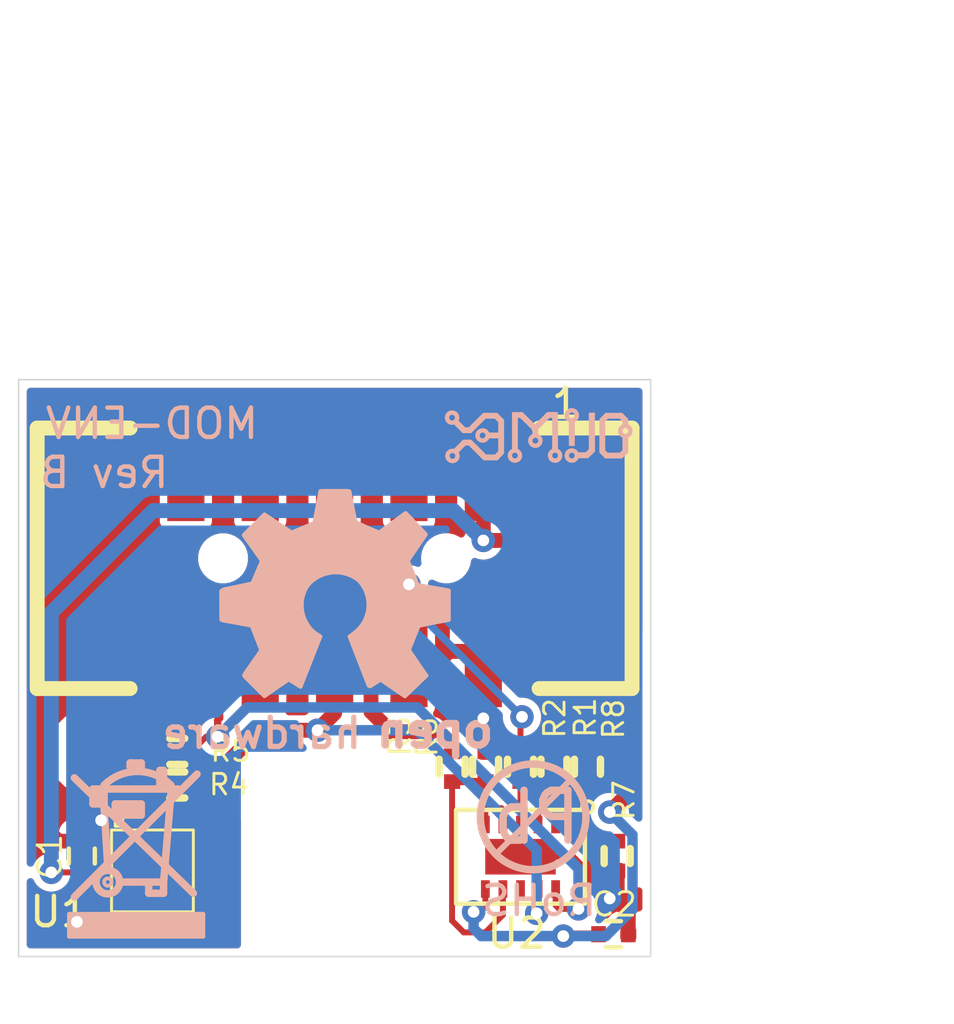
<source format=kicad_pcb>
(kicad_pcb (version 20171130) (host pcbnew 5.1.0-rc2-unknown-4612175~81~ubuntu18.04.1)

  (general
    (thickness 1.6)
    (drawings 9)
    (tracks 182)
    (zones 0)
    (modules 20)
    (nets 16)
  )

  (page A4)
  (layers
    (0 F.Cu signal)
    (31 B.Cu signal)
    (32 B.Adhes user hide)
    (33 F.Adhes user hide)
    (34 B.Paste user hide)
    (35 F.Paste user)
    (36 B.SilkS user)
    (37 F.SilkS user)
    (38 B.Mask user)
    (39 F.Mask user)
    (40 Dwgs.User user hide)
    (41 Cmts.User user hide)
    (42 Eco1.User user hide)
    (43 Eco2.User user hide)
    (44 Edge.Cuts user)
    (45 Margin user hide)
    (46 B.CrtYd user hide)
    (47 F.CrtYd user hide)
    (48 B.Fab user)
    (49 F.Fab user)
  )

  (setup
    (last_trace_width 0.25)
    (user_trace_width 0.2032)
    (user_trace_width 0.254)
    (user_trace_width 0.3556)
    (user_trace_width 0.508)
    (user_trace_width 0.762)
    (trace_clearance 0.2)
    (zone_clearance 0.254)
    (zone_45_only no)
    (trace_min 0.2)
    (via_size 0.8)
    (via_drill 0.4)
    (via_min_size 0.4)
    (via_min_drill 0.3)
    (uvia_size 0.3)
    (uvia_drill 0.1)
    (uvias_allowed no)
    (uvia_min_size 0.2)
    (uvia_min_drill 0.1)
    (edge_width 0.05)
    (segment_width 0.2)
    (pcb_text_width 0.3)
    (pcb_text_size 1.5 1.5)
    (mod_edge_width 0.12)
    (mod_text_size 1 1)
    (mod_text_width 0.15)
    (pad_size 0.6 0.3)
    (pad_drill 0)
    (pad_to_mask_clearance 0.051)
    (solder_mask_min_width 0.0508)
    (aux_axis_origin 0 0)
    (visible_elements FFFDFF7F)
    (pcbplotparams
      (layerselection 0x010f8_ffffffff)
      (usegerberextensions false)
      (usegerberattributes false)
      (usegerberadvancedattributes false)
      (creategerberjobfile false)
      (excludeedgelayer true)
      (linewidth 0.100000)
      (plotframeref false)
      (viasonmask false)
      (mode 1)
      (useauxorigin false)
      (hpglpennumber 1)
      (hpglpenspeed 20)
      (hpglpendiameter 15.000000)
      (psnegative false)
      (psa4output false)
      (plotreference true)
      (plotvalue false)
      (plotinvisibletext false)
      (padsonsilk false)
      (subtractmaskfromsilk false)
      (outputformat 1)
      (mirror false)
      (drillshape 0)
      (scaleselection 1)
      (outputdirectory ""))
  )

  (net 0 "")
  (net 1 GND)
  (net 2 VDD)
  (net 3 "Net-(CON1-Pad10)")
  (net 4 "Net-(CON1-Pad9)")
  (net 5 "Net-(CON1-Pad8)")
  (net 6 "Net-(CON1-Pad7)")
  (net 7 "Net-(CON1-Pad6)")
  (net 8 "Net-(CON1-Pad5)")
  (net 9 "Net-(CON1-Pad4)")
  (net 10 "Net-(CON1-Pad3)")
  (net 11 "Net-(R1-Pad1)")
  (net 12 "Net-(R2-Pad1)")
  (net 13 "Net-(R3-Pad1)")
  (net 14 "Net-(U2-Pad4)")
  (net 15 "Net-(R7-Pad2)")

  (net_class Default "This is the default net class."
    (clearance 0.2)
    (trace_width 0.25)
    (via_dia 0.8)
    (via_drill 0.4)
    (uvia_dia 0.3)
    (uvia_drill 0.1)
    (add_net GND)
    (add_net "Net-(CON1-Pad10)")
    (add_net "Net-(CON1-Pad3)")
    (add_net "Net-(CON1-Pad4)")
    (add_net "Net-(CON1-Pad5)")
    (add_net "Net-(CON1-Pad6)")
    (add_net "Net-(CON1-Pad7)")
    (add_net "Net-(CON1-Pad8)")
    (add_net "Net-(CON1-Pad9)")
    (add_net "Net-(R1-Pad1)")
    (add_net "Net-(R2-Pad1)")
    (add_net "Net-(R3-Pad1)")
    (add_net "Net-(R7-Pad2)")
    (add_net "Net-(U2-Pad4)")
    (add_net VDD)
  )

  (module OLIMEX_Connectors-FP:UEXTM-SMD (layer F.Cu) (tedit 5C821251) (tstamp 5BBF3157)
    (at 88.265 63.246)
    (path /5BC19B7C)
    (solder_mask_margin 0.0508)
    (solder_paste_margin 0.127)
    (attr smd)
    (fp_text reference CON1 (at 0.126999 -0.127) (layer F.SilkS)
      (effects (font (size 1 1) (thickness 0.15)))
    )
    (fp_text value BH10S (at 6.35 6.985) (layer F.Fab)
      (effects (font (size 1 1) (thickness 0.15)))
    )
    (fp_line (start -10.16 -4.445) (end -6.985 -4.445) (layer F.SilkS) (width 0.508))
    (fp_line (start 10.16 -4.445) (end 6.985 -4.445) (layer F.SilkS) (width 0.508))
    (fp_line (start 6.985 4.445) (end 10.16 4.445) (layer F.SilkS) (width 0.508))
    (fp_line (start -10.16 4.445) (end -6.985 4.445) (layer F.SilkS) (width 0.508))
    (fp_line (start -10.16 -4.445) (end -10.16 4.445) (layer F.SilkS) (width 0.508))
    (fp_line (start 10.16 -4.445) (end 10.16 4.445) (layer F.SilkS) (width 0.508))
    (fp_text user 1 (at 7.8994 -5.2832) (layer F.SilkS)
      (effects (font (size 1 1) (thickness 0.15)))
    )
    (pad past smd trapezoid (at 5.08 -3.175) (size 1.7 3.81) (layers F.Paste))
    (pad past smd trapezoid (at 2.54 -3.175) (size 1.7 3.81) (layers F.Paste))
    (pad past smd trapezoid (at 0 -3.175) (size 1.7 3.81) (layers F.Paste))
    (pad past smd trapezoid (at -2.54 -3.175) (size 1.7 3.81) (layers F.Paste))
    (pad past smd trapezoid (at -5.08 -3.175) (size 1.7 3.81) (layers F.Paste))
    (pad past smd trapezoid (at 5.08 3.175) (size 1.7 3.81) (layers F.Paste))
    (pad past smd trapezoid (at 2.54 3.175) (size 1.7 3.81) (layers F.Paste))
    (pad 1 smd rect (at 5.08 -3.175) (size 1.27 3.81) (layers F.Cu F.Mask)
      (net 2 VDD) (clearance 0.0508))
    (pad 2 smd rect (at 5.08 3.175) (size 1.27 3.81) (layers F.Cu F.Mask)
      (net 1 GND) (clearance 0.0508))
    (pad 3 smd rect (at 2.54 -3.175) (size 1.27 3.81) (layers F.Cu F.Mask)
      (net 10 "Net-(CON1-Pad3)") (clearance 0.0508))
    (pad 4 smd rect (at 2.54 3.175) (size 1.27 3.81) (layers F.Cu F.Mask)
      (net 9 "Net-(CON1-Pad4)") (clearance 0.0508))
    (pad 5 smd rect (at 0 -3.175) (size 1.27 3.81) (layers F.Cu F.Mask)
      (net 8 "Net-(CON1-Pad5)") (clearance 0.0508))
    (pad 6 smd rect (at 0 3.175) (size 1.27 3.81) (layers F.Cu F.Mask)
      (net 7 "Net-(CON1-Pad6)") (clearance 0.0508))
    (pad 7 smd rect (at -2.54 -3.175) (size 1.27 3.81) (layers F.Cu F.Mask)
      (net 6 "Net-(CON1-Pad7)") (clearance 0.0508))
    (pad 8 smd rect (at -2.54 3.175) (size 1.27 3.81) (layers F.Cu F.Mask)
      (net 5 "Net-(CON1-Pad8)") (clearance 0.0508))
    (pad 9 smd rect (at -5.08 -3.175) (size 1.27 3.81) (layers F.Cu F.Mask)
      (net 4 "Net-(CON1-Pad9)") (clearance 0.0508))
    (pad 10 smd rect (at -5.08 3.175) (size 1.27 3.81) (layers F.Cu F.Mask)
      (net 3 "Net-(CON1-Pad10)") (clearance 0.0508))
    (pad "" np_thru_hole circle (at -3.81 0 270) (size 1.2 1.2) (drill 1.2) (layers *.Cu *.Mask))
    (pad "" np_thru_hole circle (at 3.81 0 270) (size 1.2 1.2) (drill 1.2) (layers *.Cu *.Mask))
    (pad past smd trapezoid (at -5.08 3.175) (size 1.7 3.81) (layers F.Paste))
    (pad past smd trapezoid (at -2.54 3.175) (size 1.7 3.81) (layers F.Paste))
    (pad past smd trapezoid (at 0 3.175) (size 1.7 3.81) (layers F.Paste))
    (model ${KIPRJMOD}/3d/UEXT-SMD.STEP
      (offset (xyz -0 0 1.2954))
      (scale (xyz 1 1 1))
      (rotate (xyz -90 0 180))
    )
  )

  (module OLIMEX_Other-FP:NPTH_4x1 (layer F.Cu) (tedit 5C821140) (tstamp 5BBF3E0D)
    (at 88.265 73.5076 90)
    (fp_text reference REF** (at 0 0.5 90) (layer F.SilkS) hide
      (effects (font (size 1 1) (thickness 0.15)))
    )
    (fp_text value NPTH_4x1 (at 0 -0.5 90) (layer F.Fab) hide
      (effects (font (size 1 1) (thickness 0.15)))
    )
    (pad "" np_thru_hole oval (at 0 0 90) (size 4.5 3.2) (drill oval 4.5 3.2) (layers *.Cu *.Mask))
  )

  (module OLIMEX_RLC-FP:R_0402_5MIL_DWS (layer F.Cu) (tedit 5C6BBC23) (tstamp 5BBF50F1)
    (at 93.4212 70.358 90)
    (tags C0402)
    (path /5BBF5409)
    (attr smd)
    (fp_text reference R6 (at 1.016 -2.0066 90) (layer F.SilkS)
      (effects (font (size 0.7 0.7) (thickness 0.1)))
    )
    (fp_text value 100R (at 0 1.397 90) (layer F.Fab)
      (effects (font (size 1.27 1.27) (thickness 0.254)))
    )
    (fp_line (start -0.49784 0.24892) (end -0.49784 -0.24892) (layer F.Fab) (width 0.06604))
    (fp_line (start -0.49784 -0.24892) (end 0.49784 -0.24892) (layer F.Fab) (width 0.06604))
    (fp_line (start 0.49784 0.24892) (end 0.49784 -0.24892) (layer F.Fab) (width 0.06604))
    (fp_line (start -0.49784 0.24892) (end 0.49784 0.24892) (layer F.Fab) (width 0.06604))
    (fp_line (start 0 0.4445) (end -0.254 0.4445) (layer F.SilkS) (width 0.254))
    (fp_line (start 0 0.4445) (end 0.254 0.4445) (layer F.SilkS) (width 0.254))
    (fp_line (start 0 -0.4445) (end 0.254 -0.4445) (layer F.SilkS) (width 0.254))
    (fp_line (start 0 -0.4445) (end -0.254 -0.4445) (layer F.SilkS) (width 0.254))
    (fp_line (start -0.254 -0.4445) (end -0.889 -0.4445) (layer Dwgs.User) (width 0.254))
    (fp_line (start -0.889 -0.4445) (end -0.889 0.4445) (layer Dwgs.User) (width 0.254))
    (fp_line (start -0.889 0.4445) (end -0.254 0.4445) (layer Dwgs.User) (width 0.254))
    (fp_line (start 0.254 -0.4445) (end 0.889 -0.4445) (layer Dwgs.User) (width 0.254))
    (fp_line (start 0.889 -0.4445) (end 0.889 0.4445) (layer Dwgs.User) (width 0.254))
    (fp_line (start 0.889 0.4445) (end 0.254 0.4445) (layer Dwgs.User) (width 0.254))
    (pad 2 smd rect (at 0.508 0 90) (size 0.5 0.55) (layers F.Cu F.Paste F.Mask)
      (net 1 GND) (solder_mask_margin 0.0508))
    (pad 1 smd rect (at -0.508 0 270) (size 0.5 0.55) (layers F.Cu F.Paste F.Mask)
      (net 13 "Net-(R3-Pad1)") (solder_mask_margin 0.0508))
    (model ${KIPRJMOD}/3d/R_0402_1005Metric.step
      (at (xyz 0 0 0))
      (scale (xyz 1 1 1))
      (rotate (xyz 0 0 0))
    )
  )

  (module OLIMEX_RLC-FP:R_0402_5MIL_DWS (layer F.Cu) (tedit 5C6BBC23) (tstamp 5BBF31B1)
    (at 82.890848 69.837073 180)
    (tags C0402)
    (path /5BC23C7E)
    (attr smd)
    (fp_text reference R5 (at -1.818152 0.012473 180) (layer F.SilkS)
      (effects (font (size 0.7 0.7) (thickness 0.1)))
    )
    (fp_text value 4.7K (at 0 1.397 180) (layer F.Fab)
      (effects (font (size 1.27 1.27) (thickness 0.254)))
    )
    (fp_line (start -0.49784 0.24892) (end -0.49784 -0.24892) (layer F.Fab) (width 0.06604))
    (fp_line (start -0.49784 -0.24892) (end 0.49784 -0.24892) (layer F.Fab) (width 0.06604))
    (fp_line (start 0.49784 0.24892) (end 0.49784 -0.24892) (layer F.Fab) (width 0.06604))
    (fp_line (start -0.49784 0.24892) (end 0.49784 0.24892) (layer F.Fab) (width 0.06604))
    (fp_line (start 0 0.4445) (end -0.254 0.4445) (layer F.SilkS) (width 0.254))
    (fp_line (start 0 0.4445) (end 0.254 0.4445) (layer F.SilkS) (width 0.254))
    (fp_line (start 0 -0.4445) (end 0.254 -0.4445) (layer F.SilkS) (width 0.254))
    (fp_line (start 0 -0.4445) (end -0.254 -0.4445) (layer F.SilkS) (width 0.254))
    (fp_line (start -0.254 -0.4445) (end -0.889 -0.4445) (layer Dwgs.User) (width 0.254))
    (fp_line (start -0.889 -0.4445) (end -0.889 0.4445) (layer Dwgs.User) (width 0.254))
    (fp_line (start -0.889 0.4445) (end -0.254 0.4445) (layer Dwgs.User) (width 0.254))
    (fp_line (start 0.254 -0.4445) (end 0.889 -0.4445) (layer Dwgs.User) (width 0.254))
    (fp_line (start 0.889 -0.4445) (end 0.889 0.4445) (layer Dwgs.User) (width 0.254))
    (fp_line (start 0.889 0.4445) (end 0.254 0.4445) (layer Dwgs.User) (width 0.254))
    (pad 2 smd rect (at 0.508 0 180) (size 0.5 0.55) (layers F.Cu F.Paste F.Mask)
      (net 2 VDD) (solder_mask_margin 0.0508))
    (pad 1 smd rect (at -0.508 0) (size 0.5 0.55) (layers F.Cu F.Paste F.Mask)
      (net 8 "Net-(CON1-Pad5)") (solder_mask_margin 0.0508))
    (model ${KIPRJMOD}/3d/R_0402_1005Metric.step
      (at (xyz 0 0 0))
      (scale (xyz 1 1 1))
      (rotate (xyz 0 0 0))
    )
  )

  (module OLIMEX_RLC-FP:R_0402_5MIL_DWS (layer F.Cu) (tedit 5C6BBC23) (tstamp 5BBF319F)
    (at 82.890848 70.980073 180)
    (tags C0402)
    (path /5BC23BF0)
    (attr smd)
    (fp_text reference R4 (at -1.767352 0.012473 180) (layer F.SilkS)
      (effects (font (size 0.7 0.7) (thickness 0.1)))
    )
    (fp_text value 4.7K (at 0 1.397 180) (layer F.Fab)
      (effects (font (size 1.27 1.27) (thickness 0.254)))
    )
    (fp_line (start -0.49784 0.24892) (end -0.49784 -0.24892) (layer F.Fab) (width 0.06604))
    (fp_line (start -0.49784 -0.24892) (end 0.49784 -0.24892) (layer F.Fab) (width 0.06604))
    (fp_line (start 0.49784 0.24892) (end 0.49784 -0.24892) (layer F.Fab) (width 0.06604))
    (fp_line (start -0.49784 0.24892) (end 0.49784 0.24892) (layer F.Fab) (width 0.06604))
    (fp_line (start 0 0.4445) (end -0.254 0.4445) (layer F.SilkS) (width 0.254))
    (fp_line (start 0 0.4445) (end 0.254 0.4445) (layer F.SilkS) (width 0.254))
    (fp_line (start 0 -0.4445) (end 0.254 -0.4445) (layer F.SilkS) (width 0.254))
    (fp_line (start 0 -0.4445) (end -0.254 -0.4445) (layer F.SilkS) (width 0.254))
    (fp_line (start -0.254 -0.4445) (end -0.889 -0.4445) (layer Dwgs.User) (width 0.254))
    (fp_line (start -0.889 -0.4445) (end -0.889 0.4445) (layer Dwgs.User) (width 0.254))
    (fp_line (start -0.889 0.4445) (end -0.254 0.4445) (layer Dwgs.User) (width 0.254))
    (fp_line (start 0.254 -0.4445) (end 0.889 -0.4445) (layer Dwgs.User) (width 0.254))
    (fp_line (start 0.889 -0.4445) (end 0.889 0.4445) (layer Dwgs.User) (width 0.254))
    (fp_line (start 0.889 0.4445) (end 0.254 0.4445) (layer Dwgs.User) (width 0.254))
    (pad 2 smd rect (at 0.508 0 180) (size 0.5 0.55) (layers F.Cu F.Paste F.Mask)
      (net 2 VDD) (solder_mask_margin 0.0508))
    (pad 1 smd rect (at -0.508 0) (size 0.5 0.55) (layers F.Cu F.Paste F.Mask)
      (net 7 "Net-(CON1-Pad6)") (solder_mask_margin 0.0508))
    (model ${KIPRJMOD}/3d/R_0402_1005Metric.step
      (at (xyz 0 0 0))
      (scale (xyz 1 1 1))
      (rotate (xyz 0 0 0))
    )
  )

  (module OLIMEX_RLC-FP:R_0402_5MIL_DWS (layer F.Cu) (tedit 5C6BBC23) (tstamp 5BBF318D)
    (at 92.2782 70.358 90)
    (tags C0402)
    (path /5BC19D9B)
    (attr smd)
    (fp_text reference R3 (at 1.0414 -1.778 90) (layer F.SilkS)
      (effects (font (size 0.7 0.7) (thickness 0.1)))
    )
    (fp_text value "(n.a.)100R" (at 0 1.397 90) (layer F.Fab)
      (effects (font (size 1.27 1.27) (thickness 0.254)))
    )
    (fp_line (start -0.49784 0.24892) (end -0.49784 -0.24892) (layer F.Fab) (width 0.06604))
    (fp_line (start -0.49784 -0.24892) (end 0.49784 -0.24892) (layer F.Fab) (width 0.06604))
    (fp_line (start 0.49784 0.24892) (end 0.49784 -0.24892) (layer F.Fab) (width 0.06604))
    (fp_line (start -0.49784 0.24892) (end 0.49784 0.24892) (layer F.Fab) (width 0.06604))
    (fp_line (start 0 0.4445) (end -0.254 0.4445) (layer F.SilkS) (width 0.254))
    (fp_line (start 0 0.4445) (end 0.254 0.4445) (layer F.SilkS) (width 0.254))
    (fp_line (start 0 -0.4445) (end 0.254 -0.4445) (layer F.SilkS) (width 0.254))
    (fp_line (start 0 -0.4445) (end -0.254 -0.4445) (layer F.SilkS) (width 0.254))
    (fp_line (start -0.254 -0.4445) (end -0.889 -0.4445) (layer Dwgs.User) (width 0.254))
    (fp_line (start -0.889 -0.4445) (end -0.889 0.4445) (layer Dwgs.User) (width 0.254))
    (fp_line (start -0.889 0.4445) (end -0.254 0.4445) (layer Dwgs.User) (width 0.254))
    (fp_line (start 0.254 -0.4445) (end 0.889 -0.4445) (layer Dwgs.User) (width 0.254))
    (fp_line (start 0.889 -0.4445) (end 0.889 0.4445) (layer Dwgs.User) (width 0.254))
    (fp_line (start 0.889 0.4445) (end 0.254 0.4445) (layer Dwgs.User) (width 0.254))
    (pad 2 smd rect (at 0.508 0 90) (size 0.5 0.55) (layers F.Cu F.Paste F.Mask)
      (net 10 "Net-(CON1-Pad3)") (solder_mask_margin 0.0508))
    (pad 1 smd rect (at -0.508 0 270) (size 0.5 0.55) (layers F.Cu F.Paste F.Mask)
      (net 13 "Net-(R3-Pad1)") (solder_mask_margin 0.0508))
  )

  (module OLIMEX_RLC-FP:R_0402_5MIL_DWS (layer F.Cu) (tedit 5C6BBC23) (tstamp 5BBF317B)
    (at 94.615 70.358 90)
    (tags C0402)
    (path /5BC19CC0)
    (attr smd)
    (fp_text reference R2 (at 1.651 1.1684 90) (layer F.SilkS)
      (effects (font (size 0.7 0.7) (thickness 0.1)))
    )
    (fp_text value "(n.a.)100R" (at 0 3.556 90) (layer F.Fab)
      (effects (font (size 1.27 1.27) (thickness 0.254)))
    )
    (fp_line (start -0.49784 0.24892) (end -0.49784 -0.24892) (layer F.Fab) (width 0.06604))
    (fp_line (start -0.49784 -0.24892) (end 0.49784 -0.24892) (layer F.Fab) (width 0.06604))
    (fp_line (start 0.49784 0.24892) (end 0.49784 -0.24892) (layer F.Fab) (width 0.06604))
    (fp_line (start -0.49784 0.24892) (end 0.49784 0.24892) (layer F.Fab) (width 0.06604))
    (fp_line (start 0 0.4445) (end -0.254 0.4445) (layer F.SilkS) (width 0.254))
    (fp_line (start 0 0.4445) (end 0.254 0.4445) (layer F.SilkS) (width 0.254))
    (fp_line (start 0 -0.4445) (end 0.254 -0.4445) (layer F.SilkS) (width 0.254))
    (fp_line (start 0 -0.4445) (end -0.254 -0.4445) (layer F.SilkS) (width 0.254))
    (fp_line (start -0.254 -0.4445) (end -0.889 -0.4445) (layer Dwgs.User) (width 0.254))
    (fp_line (start -0.889 -0.4445) (end -0.889 0.4445) (layer Dwgs.User) (width 0.254))
    (fp_line (start -0.889 0.4445) (end -0.254 0.4445) (layer Dwgs.User) (width 0.254))
    (fp_line (start 0.254 -0.4445) (end 0.889 -0.4445) (layer Dwgs.User) (width 0.254))
    (fp_line (start 0.889 -0.4445) (end 0.889 0.4445) (layer Dwgs.User) (width 0.254))
    (fp_line (start 0.889 0.4445) (end 0.254 0.4445) (layer Dwgs.User) (width 0.254))
    (pad 2 smd rect (at 0.508 0 90) (size 0.5 0.55) (layers F.Cu F.Paste F.Mask)
      (net 9 "Net-(CON1-Pad4)") (solder_mask_margin 0.0508))
    (pad 1 smd rect (at -0.508 0 270) (size 0.5 0.55) (layers F.Cu F.Paste F.Mask)
      (net 12 "Net-(R2-Pad1)") (solder_mask_margin 0.0508))
  )

  (module OLIMEX_RLC-FP:R_0402_5MIL_DWS (layer F.Cu) (tedit 5C6BBC23) (tstamp 5BBF3169)
    (at 95.758 70.358 90)
    (tags C0402)
    (path /5BC1A091)
    (attr smd)
    (fp_text reference R1 (at 1.6764 1.0668 90) (layer F.SilkS)
      (effects (font (size 0.7 0.7) (thickness 0.1)))
    )
    (fp_text value 4.7K (at 0 1.397 90) (layer F.Fab)
      (effects (font (size 1.27 1.27) (thickness 0.254)))
    )
    (fp_line (start -0.49784 0.24892) (end -0.49784 -0.24892) (layer F.Fab) (width 0.06604))
    (fp_line (start -0.49784 -0.24892) (end 0.49784 -0.24892) (layer F.Fab) (width 0.06604))
    (fp_line (start 0.49784 0.24892) (end 0.49784 -0.24892) (layer F.Fab) (width 0.06604))
    (fp_line (start -0.49784 0.24892) (end 0.49784 0.24892) (layer F.Fab) (width 0.06604))
    (fp_line (start 0 0.4445) (end -0.254 0.4445) (layer F.SilkS) (width 0.254))
    (fp_line (start 0 0.4445) (end 0.254 0.4445) (layer F.SilkS) (width 0.254))
    (fp_line (start 0 -0.4445) (end 0.254 -0.4445) (layer F.SilkS) (width 0.254))
    (fp_line (start 0 -0.4445) (end -0.254 -0.4445) (layer F.SilkS) (width 0.254))
    (fp_line (start -0.254 -0.4445) (end -0.889 -0.4445) (layer Dwgs.User) (width 0.254))
    (fp_line (start -0.889 -0.4445) (end -0.889 0.4445) (layer Dwgs.User) (width 0.254))
    (fp_line (start -0.889 0.4445) (end -0.254 0.4445) (layer Dwgs.User) (width 0.254))
    (fp_line (start 0.254 -0.4445) (end 0.889 -0.4445) (layer Dwgs.User) (width 0.254))
    (fp_line (start 0.889 -0.4445) (end 0.889 0.4445) (layer Dwgs.User) (width 0.254))
    (fp_line (start 0.889 0.4445) (end 0.254 0.4445) (layer Dwgs.User) (width 0.254))
    (pad 2 smd rect (at 0.508 0 90) (size 0.5 0.55) (layers F.Cu F.Paste F.Mask)
      (net 2 VDD) (solder_mask_margin 0.0508))
    (pad 1 smd rect (at -0.508 0 270) (size 0.5 0.55) (layers F.Cu F.Paste F.Mask)
      (net 11 "Net-(R1-Pad1)") (solder_mask_margin 0.0508))
    (model ${KIPRJMOD}/3d/R_0402_1005Metric.step
      (at (xyz 0 0 0))
      (scale (xyz 1 1 1))
      (rotate (xyz 0 0 0))
    )
  )

  (module OLIMEX_RLC-FP:R_0402_5MIL_DWS (layer F.Cu) (tedit 5C6BBC23) (tstamp 5C821237)
    (at 97.917 73.406 90)
    (tags C0402)
    (path /5C8240AF)
    (attr smd)
    (fp_text reference R7 (at 1.905 0.2286 90) (layer F.SilkS)
      (effects (font (size 0.7 0.7) (thickness 0.1)))
    )
    (fp_text value 100R (at 0 1.397 90) (layer F.Fab)
      (effects (font (size 1.27 1.27) (thickness 0.254)))
    )
    (fp_line (start -0.49784 0.24892) (end -0.49784 -0.24892) (layer F.Fab) (width 0.06604))
    (fp_line (start -0.49784 -0.24892) (end 0.49784 -0.24892) (layer F.Fab) (width 0.06604))
    (fp_line (start 0.49784 0.24892) (end 0.49784 -0.24892) (layer F.Fab) (width 0.06604))
    (fp_line (start -0.49784 0.24892) (end 0.49784 0.24892) (layer F.Fab) (width 0.06604))
    (fp_line (start 0 0.4445) (end -0.254 0.4445) (layer F.SilkS) (width 0.254))
    (fp_line (start 0 0.4445) (end 0.254 0.4445) (layer F.SilkS) (width 0.254))
    (fp_line (start 0 -0.4445) (end 0.254 -0.4445) (layer F.SilkS) (width 0.254))
    (fp_line (start 0 -0.4445) (end -0.254 -0.4445) (layer F.SilkS) (width 0.254))
    (fp_line (start -0.254 -0.4445) (end -0.889 -0.4445) (layer Dwgs.User) (width 0.254))
    (fp_line (start -0.889 -0.4445) (end -0.889 0.4445) (layer Dwgs.User) (width 0.254))
    (fp_line (start -0.889 0.4445) (end -0.254 0.4445) (layer Dwgs.User) (width 0.254))
    (fp_line (start 0.254 -0.4445) (end 0.889 -0.4445) (layer Dwgs.User) (width 0.254))
    (fp_line (start 0.889 -0.4445) (end 0.889 0.4445) (layer Dwgs.User) (width 0.254))
    (fp_line (start 0.889 0.4445) (end 0.254 0.4445) (layer Dwgs.User) (width 0.254))
    (pad 2 smd rect (at 0.508 0 90) (size 0.5 0.55) (layers F.Cu F.Paste F.Mask)
      (net 15 "Net-(R7-Pad2)") (solder_mask_margin 0.0508))
    (pad 1 smd rect (at -0.508 0 270) (size 0.5 0.55) (layers F.Cu F.Paste F.Mask)
      (net 1 GND) (solder_mask_margin 0.0508))
    (model ${KIPRJMOD}/3d/R_0402_1005Metric.step
      (at (xyz 0 0 0))
      (scale (xyz 1 1 1))
      (rotate (xyz 0 0 0))
    )
  )

  (module OLIMEX_RLC-FP:R_0402_5MIL_DWS (layer F.Cu) (tedit 5C6BBC23) (tstamp 5C82124B)
    (at 96.901 70.358 270)
    (tags C0402)
    (path /5C823504)
    (attr smd)
    (fp_text reference R8 (at -1.6256 -0.889 270) (layer F.SilkS)
      (effects (font (size 0.7 0.7) (thickness 0.1)))
    )
    (fp_text value "(N.A.)100R" (at 0 1.397 270) (layer F.Fab)
      (effects (font (size 1.27 1.27) (thickness 0.254)))
    )
    (fp_line (start -0.49784 0.24892) (end -0.49784 -0.24892) (layer F.Fab) (width 0.06604))
    (fp_line (start -0.49784 -0.24892) (end 0.49784 -0.24892) (layer F.Fab) (width 0.06604))
    (fp_line (start 0.49784 0.24892) (end 0.49784 -0.24892) (layer F.Fab) (width 0.06604))
    (fp_line (start -0.49784 0.24892) (end 0.49784 0.24892) (layer F.Fab) (width 0.06604))
    (fp_line (start 0 0.4445) (end -0.254 0.4445) (layer F.SilkS) (width 0.254))
    (fp_line (start 0 0.4445) (end 0.254 0.4445) (layer F.SilkS) (width 0.254))
    (fp_line (start 0 -0.4445) (end 0.254 -0.4445) (layer F.SilkS) (width 0.254))
    (fp_line (start 0 -0.4445) (end -0.254 -0.4445) (layer F.SilkS) (width 0.254))
    (fp_line (start -0.254 -0.4445) (end -0.889 -0.4445) (layer Dwgs.User) (width 0.254))
    (fp_line (start -0.889 -0.4445) (end -0.889 0.4445) (layer Dwgs.User) (width 0.254))
    (fp_line (start -0.889 0.4445) (end -0.254 0.4445) (layer Dwgs.User) (width 0.254))
    (fp_line (start 0.254 -0.4445) (end 0.889 -0.4445) (layer Dwgs.User) (width 0.254))
    (fp_line (start 0.889 -0.4445) (end 0.889 0.4445) (layer Dwgs.User) (width 0.254))
    (fp_line (start 0.889 0.4445) (end 0.254 0.4445) (layer Dwgs.User) (width 0.254))
    (pad 2 smd rect (at 0.508 0 270) (size 0.5 0.55) (layers F.Cu F.Paste F.Mask)
      (net 15 "Net-(R7-Pad2)") (solder_mask_margin 0.0508))
    (pad 1 smd rect (at -0.508 0 90) (size 0.5 0.55) (layers F.Cu F.Paste F.Mask)
      (net 2 VDD) (solder_mask_margin 0.0508))
  )

  (module OLIMEX_IC-FP:CCS811 (layer F.Cu) (tedit 5C8214C4) (tstamp 5BBF31E2)
    (at 94.615 73.4314 270)
    (path /5BC199FA)
    (fp_text reference U2 (at 2.6162 0.127) (layer F.SilkS)
      (effects (font (size 1 1) (thickness 0.15)))
    )
    (fp_text value CCS811 (at 0 -13.97 270) (layer F.Fab)
      (effects (font (size 1 1) (thickness 0.15)))
    )
    (fp_line (start -1.6 2.2) (end -1.6 -2.2) (layer F.SilkS) (width 0.15))
    (fp_line (start 1.6 2.2) (end -1.6 2.2) (layer F.SilkS) (width 0.15))
    (fp_line (start 1.6 -2.2) (end 1.6 2.2) (layer F.SilkS) (width 0.15))
    (fp_line (start -1.6 -2.2) (end 1.6 -2.2) (layer F.SilkS) (width 0.15))
    (fp_circle (center -1.7 -2.3) (end -1.5 -2.3) (layer F.SilkS) (width 0.12))
    (fp_poly (pts (xy -0.6 -0.9) (xy -0.3 -1.2) (xy 0.6 -1.2) (xy 0.6 1.2)
      (xy -0.6 1.2)) (layer F.Cu) (width 0.01))
    (fp_line (start -1.35 2) (end -1.35 -2) (layer F.CrtYd) (width 0.12))
    (fp_line (start 1.35 2) (end -1.35 2) (layer F.CrtYd) (width 0.12))
    (fp_line (start 1.35 -2) (end 1.35 2) (layer F.CrtYd) (width 0.12))
    (fp_line (start -1.35 -2) (end 1.35 -2) (layer F.CrtYd) (width 0.12))
    (pad 7 smd rect (at 1.1 0.6 270) (size 0.6 0.3) (layers F.Cu F.Paste F.Mask)
      (net 13 "Net-(R3-Pad1)") (solder_mask_margin 0.0508))
    (pad 6 smd rect (at 1.1 1.2 270) (size 0.6 0.3) (layers F.Cu F.Paste F.Mask)
      (net 2 VDD) (solder_mask_margin 0.0508))
    (pad 9 smd rect (at 1.1 -0.6 270) (size 0.6 0.3) (layers F.Cu F.Paste F.Mask)
      (net 7 "Net-(CON1-Pad6)") (solder_mask_margin 0.0508))
    (pad 10 smd rect (at 1.1 -1.2 270) (size 0.6 0.3) (layers F.Cu F.Paste F.Mask)
      (net 8 "Net-(CON1-Pad5)") (solder_mask_margin 0.0508))
    (pad 8 smd rect (at 1.1 0 270) (size 0.6 0.3) (layers F.Cu F.Paste F.Mask)
      (solder_mask_margin 0.0508))
    (pad 5 smd rect (at -1.1 1.2 270) (size 0.6 0.3) (layers F.Cu F.Paste F.Mask)
      (net 14 "Net-(U2-Pad4)") (solder_mask_margin 0.0508))
    (pad 4 smd rect (at -1.1 0.6 270) (size 0.6 0.3) (layers F.Cu F.Paste F.Mask)
      (net 14 "Net-(U2-Pad4)") (solder_mask_margin 0.0508))
    (pad 3 smd rect (at -1.1 0 270) (size 0.6 0.3) (layers F.Cu F.Paste F.Mask)
      (net 12 "Net-(R2-Pad1)") (solder_mask_margin 0.0508))
    (pad 2 smd rect (at -1.1 -0.6 270) (size 0.6 0.3) (layers F.Cu F.Paste F.Mask)
      (net 11 "Net-(R1-Pad1)") (solder_mask_margin 0.0508))
    (pad EP smd rect (at 0 0 270) (size 1.2 1.8) (layers F.Cu F.Paste F.Mask)
      (net 1 GND))
    (pad 1 smd rect (at -1.1 -1.2 270) (size 0.6 0.3) (layers F.Cu F.Paste F.Mask)
      (net 15 "Net-(R7-Pad2)") (solder_mask_margin 0.0508))
    (model ${KIPRJMOD}/3d/3dusers/CCS811.STEP
      (at (xyz 0 0 0))
      (scale (xyz 1 1 1))
      (rotate (xyz 0 0 0))
    )
  )

  (module OLIMEX_IC-FP:BME280 (layer F.Cu) (tedit 5BBF28F8) (tstamp 5BBF31C9)
    (at 82.042 73.914 90)
    (path /5BC1C188)
    (fp_text reference U1 (at -1.397 -3.175 180) (layer F.SilkS)
      (effects (font (size 1 1) (thickness 0.15)))
    )
    (fp_text value BME280 (at 0 -2.286 90) (layer F.Fab)
      (effects (font (size 1 1) (thickness 0.15)))
    )
    (fp_line (start -1.397 1.397) (end -1.397 -1.397) (layer F.SilkS) (width 0.1))
    (fp_line (start 1.397 1.397) (end -1.397 1.397) (layer F.SilkS) (width 0.1))
    (fp_line (start 1.397 -1.397) (end 1.397 1.397) (layer F.SilkS) (width 0.1))
    (fp_line (start -1.397 -1.397) (end 1.397 -1.397) (layer F.SilkS) (width 0.1))
    (fp_line (start 1.778 -1.27) (end 1.524 -1.27) (layer F.SilkS) (width 0.1))
    (fp_line (start 1.778 -1.016) (end 1.778 -1.27) (layer F.SilkS) (width 0.1))
    (fp_line (start 1.524 -1.016) (end 1.778 -1.016) (layer F.SilkS) (width 0.1))
    (fp_line (start 1.524 -1.27) (end 1.524 -1.016) (layer F.SilkS) (width 0.1))
    (fp_line (start -1.25 1.25) (end -1.25 -1.25) (layer F.Fab) (width 0.1))
    (fp_line (start 1.25 1.25) (end -1.25 1.25) (layer F.Fab) (width 0.1))
    (fp_line (start 1.25 -1.25) (end 1.25 1.25) (layer F.Fab) (width 0.1))
    (fp_line (start -1.25 -1.25) (end 1.25 -1.25) (layer F.Fab) (width 0.1))
    (pad 8 smd rect (at -1.025 -0.975 90) (size 0.5 0.325) (layers F.Cu F.Paste F.Mask)
      (net 2 VDD) (solder_mask_margin 0.05))
    (pad 7 smd rect (at -1.025 -0.325 90) (size 0.5 0.325) (layers F.Cu F.Paste F.Mask)
      (net 1 GND) (solder_mask_margin 0.05))
    (pad 6 smd rect (at -1.025 0.325 90) (size 0.5 0.325) (layers F.Cu F.Paste F.Mask)
      (net 2 VDD) (solder_mask_margin 0.05))
    (pad 5 smd rect (at -1.025 0.975 90) (size 0.5 0.325) (layers F.Cu F.Paste F.Mask)
      (net 2 VDD) (solder_mask_margin 0.05))
    (pad 4 smd rect (at 1.025 0.975 90) (size 0.5 0.325) (layers F.Cu F.Paste F.Mask)
      (net 8 "Net-(CON1-Pad5)") (solder_mask_margin 0.05))
    (pad 3 smd rect (at 1.025 0.325 90) (size 0.5 0.325) (layers F.Cu F.Paste F.Mask)
      (net 7 "Net-(CON1-Pad6)") (solder_mask_margin 0.05))
    (pad 2 smd rect (at 1.025 -0.325 90) (size 0.5 0.325) (layers F.Cu F.Paste F.Mask)
      (net 2 VDD) (solder_mask_margin 0.05))
    (pad 1 smd rect (at 1.025 -0.975 90) (size 0.5 0.325) (layers F.Cu F.Paste F.Mask)
      (net 1 GND) (solder_mask_margin 0.05))
    (model ${KIPRJMOD}/3d/3dusers/Bosch_BME280.step
      (at (xyz 0 0 0))
      (scale (xyz 1 1 1))
      (rotate (xyz -90 0 90))
    )
  )

  (module OLIMEX_RLC-FP:C_0402_5MIL_DWS (layer F.Cu) (tedit 5BA22D30) (tstamp 5BBF3142)
    (at 97.79 76.073)
    (tags C0402)
    (path /5BC1B748)
    (attr smd)
    (fp_text reference C2 (at 0.0254 -1.016) (layer F.SilkS)
      (effects (font (size 0.8 0.8) (thickness 0.1)))
    )
    (fp_text value 100nF (at 0 1.905) (layer F.Fab)
      (effects (font (size 1.27 1.27) (thickness 0.254)))
    )
    (fp_line (start -0.49784 0.24892) (end -0.49784 -0.24892) (layer F.Fab) (width 0.06604))
    (fp_line (start -0.49784 -0.24892) (end 0.49784 -0.24892) (layer F.Fab) (width 0.06604))
    (fp_line (start 0.49784 0.24892) (end 0.49784 -0.24892) (layer F.Fab) (width 0.06604))
    (fp_line (start -0.49784 0.24892) (end 0.49784 0.24892) (layer F.Fab) (width 0.06604))
    (fp_line (start 0 0.4445) (end -0.254 0.4445) (layer F.SilkS) (width 0.15))
    (fp_line (start 0 0.4445) (end 0.254 0.4445) (layer F.SilkS) (width 0.15))
    (fp_line (start 0 -0.4445) (end 0.254 -0.4445) (layer F.SilkS) (width 0.15))
    (fp_line (start 0 -0.4445) (end -0.254 -0.4445) (layer F.SilkS) (width 0.15))
    (fp_line (start -0.254 -0.4445) (end -0.889 -0.4445) (layer Dwgs.User) (width 0.254))
    (fp_line (start -0.889 -0.4445) (end -0.889 0.4445) (layer Dwgs.User) (width 0.254))
    (fp_line (start -0.889 0.4445) (end -0.254 0.4445) (layer Dwgs.User) (width 0.254))
    (fp_line (start 0.254 -0.4445) (end 0.889 -0.4445) (layer Dwgs.User) (width 0.254))
    (fp_line (start 0.889 -0.4445) (end 0.889 0.4445) (layer Dwgs.User) (width 0.254))
    (fp_line (start 0.889 0.4445) (end 0.254 0.4445) (layer Dwgs.User) (width 0.254))
    (pad 2 smd rect (at 0.508 0) (size 0.5 0.55) (layers F.Cu F.Paste F.Mask)
      (net 1 GND) (solder_mask_margin 0.0508))
    (pad 1 smd rect (at -0.508 0 180) (size 0.5 0.55) (layers F.Cu F.Paste F.Mask)
      (net 2 VDD) (solder_mask_margin 0.0508))
    (model ${KIPRJMOD}/3d/Capacitor_SMD.3dshapes/C_0402_1005Metric.step
      (at (xyz 0 0 0))
      (scale (xyz 1 1 1))
      (rotate (xyz 0 0 0))
    )
  )

  (module OLIMEX_RLC-FP:C_0402_5MIL_DWS (layer F.Cu) (tedit 5BA22D30) (tstamp 5BBF312E)
    (at 79.629 73.406 90)
    (tags C0402)
    (path /5BC1E36D)
    (attr smd)
    (fp_text reference C1 (at -0.0254 -1.0922 90) (layer F.SilkS)
      (effects (font (size 0.8 0.8) (thickness 0.1)))
    )
    (fp_text value 100nF (at 0 1.905 90) (layer F.Fab)
      (effects (font (size 1.27 1.27) (thickness 0.254)))
    )
    (fp_line (start -0.49784 0.24892) (end -0.49784 -0.24892) (layer F.Fab) (width 0.06604))
    (fp_line (start -0.49784 -0.24892) (end 0.49784 -0.24892) (layer F.Fab) (width 0.06604))
    (fp_line (start 0.49784 0.24892) (end 0.49784 -0.24892) (layer F.Fab) (width 0.06604))
    (fp_line (start -0.49784 0.24892) (end 0.49784 0.24892) (layer F.Fab) (width 0.06604))
    (fp_line (start 0 0.4445) (end -0.254 0.4445) (layer F.SilkS) (width 0.15))
    (fp_line (start 0 0.4445) (end 0.254 0.4445) (layer F.SilkS) (width 0.15))
    (fp_line (start 0 -0.4445) (end 0.254 -0.4445) (layer F.SilkS) (width 0.15))
    (fp_line (start 0 -0.4445) (end -0.254 -0.4445) (layer F.SilkS) (width 0.15))
    (fp_line (start -0.254 -0.4445) (end -0.889 -0.4445) (layer Dwgs.User) (width 0.254))
    (fp_line (start -0.889 -0.4445) (end -0.889 0.4445) (layer Dwgs.User) (width 0.254))
    (fp_line (start -0.889 0.4445) (end -0.254 0.4445) (layer Dwgs.User) (width 0.254))
    (fp_line (start 0.254 -0.4445) (end 0.889 -0.4445) (layer Dwgs.User) (width 0.254))
    (fp_line (start 0.889 -0.4445) (end 0.889 0.4445) (layer Dwgs.User) (width 0.254))
    (fp_line (start 0.889 0.4445) (end 0.254 0.4445) (layer Dwgs.User) (width 0.254))
    (pad 2 smd rect (at 0.508 0 90) (size 0.5 0.55) (layers F.Cu F.Paste F.Mask)
      (net 1 GND) (solder_mask_margin 0.0508))
    (pad 1 smd rect (at -0.508 0 270) (size 0.5 0.55) (layers F.Cu F.Paste F.Mask)
      (net 2 VDD) (solder_mask_margin 0.0508))
    (model ${KIPRJMOD}/3d/Capacitor_SMD.3dshapes/C_0402_1005Metric.step
      (at (xyz 0 0 0))
      (scale (xyz 1 1 1))
      (rotate (xyz 0 0 0))
    )
  )

  (module OLIMEX_Other-FP:Fiducial1x3_transp (layer F.Cu) (tedit 5950B992) (tstamp 5BBF3A85)
    (at 80.01 69.85)
    (attr smd)
    (fp_text reference Ref* (at 0 3) (layer F.SilkS) hide
      (effects (font (size 1 1) (thickness 0.15)))
    )
    (fp_text value Val** (at 0 -3) (layer F.Fab) hide
      (effects (font (size 1 1) (thickness 0.15)))
    )
    (fp_circle (center 0 0) (end 1.5 0) (layer Dwgs.User) (width 0.254))
    (pad Fid1 connect circle (at 0 0) (size 1 1) (layers F.Cu F.Mask)
      (solder_mask_margin 0.127) (clearance 1.016) (zone_connect 0))
  )

  (module OLIMEX_Other-FP:Fiducial1x3_transp (layer F.Cu) (tedit 5950B992) (tstamp 5BBF3A9C)
    (at 96.393 61.595)
    (attr smd)
    (fp_text reference Ref* (at 0 3) (layer F.SilkS) hide
      (effects (font (size 1 1) (thickness 0.15)))
    )
    (fp_text value Val** (at 0 -3) (layer F.Fab) hide
      (effects (font (size 1 1) (thickness 0.15)))
    )
    (fp_circle (center 0 0) (end 1.5 0) (layer Dwgs.User) (width 0.254))
    (pad Fid1 connect circle (at 0 0) (size 1 1) (layers F.Cu F.Mask)
      (solder_mask_margin 0.127) (clearance 1.016) (zone_connect 0))
  )

  (module OLIMEX_LOGOs-FP:OLIMEX_LOGO_SMALL_TB (layer B.Cu) (tedit 5539E04C) (tstamp 5BBF3F76)
    (at 95.25 59.055 180)
    (fp_text reference "" (at -1.2827 14.4145 180) (layer B.Fab)
      (effects (font (size 1.1 1.1) (thickness 0.254)) (justify mirror))
    )
    (fp_text value "" (at -0.0254 -13.4112 180) (layer B.Fab)
      (effects (font (size 1.1 1.1) (thickness 0.254)) (justify mirror))
    )
    (fp_circle (center -2.9464 0.1524) (end -2.8448 0.2921) (layer B.SilkS) (width 0.15))
    (fp_line (start -2.3114 0.6713) (end -2.159 0.5207) (layer B.SilkS) (width 0.2))
    (fp_line (start -2.159 0.4826) (end -2.159 -0.5207) (layer B.SilkS) (width 0.2))
    (fp_line (start -2.2987 -0.6858) (end -2.159 -0.5461) (layer B.SilkS) (width 0.2))
    (fp_line (start -2.9464 -0.0762) (end -2.9464 -0.5207) (layer B.SilkS) (width 0.2))
    (fp_line (start -1.8034 0.6731) (end -1.8034 -0.508) (layer B.SilkS) (width 0.2))
    (fp_line (start -1.8034 -0.508) (end -1.6256 -0.6731) (layer B.SilkS) (width 0.2))
    (fp_line (start -1.6256 -0.6731) (end -1.3462 -0.6731) (layer B.SilkS) (width 0.2))
    (fp_circle (center -1.1176 -0.6858) (end -1.016 -0.5461) (layer B.SilkS) (width 0.15))
    (fp_line (start -1.1176 0.4572) (end -1.1176 -0.254) (layer B.SilkS) (width 0.2))
    (fp_circle (center -1.1176 0.6858) (end -1.016 0.8255) (layer B.SilkS) (width 0.15))
    (fp_circle (center -0.5461 -0.6858) (end -0.4445 -0.5461) (layer B.SilkS) (width 0.15))
    (fp_line (start -0.5461 -0.4699) (end -0.5461 0.6985) (layer B.SilkS) (width 0.2))
    (fp_line (start -0.5461 0.6985) (end -0.3175 0.6985) (layer B.SilkS) (width 0.2))
    (fp_line (start -0.3175 0.6985) (end 0.127 0.254) (layer B.SilkS) (width 0.2))
    (fp_line (start 0.127 0.254) (end 0.127 0.0508) (layer B.SilkS) (width 0.2))
    (fp_line (start 0.127 0.2286) (end 0.6096 0.6985) (layer B.SilkS) (width 0.2))
    (fp_circle (center 0.127 -0.1778) (end 0.2286 -0.0381) (layer B.SilkS) (width 0.15))
    (fp_line (start 0.6096 0.6985) (end 0.8255 0.6985) (layer B.SilkS) (width 0.2))
    (fp_line (start 0.8255 0.6985) (end 0.8255 -0.4318) (layer B.SilkS) (width 0.2))
    (fp_circle (center 0.8255 -0.6858) (end 0.9271 -0.5461) (layer B.SilkS) (width 0.15))
    (fp_circle (center 2.9591 -0.6985) (end 3.0607 -0.5588) (layer B.SilkS) (width 0.15))
    (fp_line (start 2.8448 -0.5334) (end 2.5527 -0.2413) (layer B.SilkS) (width 0.2))
    (fp_line (start 2.5527 -0.2413) (end 2.3622 -0.2413) (layer B.SilkS) (width 0.2))
    (fp_line (start 2.3622 -0.2413) (end 1.8542 -0.7493) (layer B.SilkS) (width 0.2))
    (fp_line (start 1.8542 -0.7493) (end 1.4605 -0.7493) (layer B.SilkS) (width 0.2))
    (fp_line (start 1.4605 -0.7493) (end 1.2954 -0.5715) (layer B.SilkS) (width 0.2))
    (fp_line (start 1.2954 -0.5715) (end 1.2954 0) (layer B.SilkS) (width 0.2))
    (fp_line (start 1.2954 0.4953) (end 1.4732 0.6731) (layer B.SilkS) (width 0.2))
    (fp_line (start 1.2954 -0.0127) (end 1.2954 0.4953) (layer B.SilkS) (width 0.2))
    (fp_line (start 1.4732 0.6731) (end 1.8669 0.6731) (layer B.SilkS) (width 0.2))
    (fp_line (start 1.8669 0.6731) (end 2.3622 0.1778) (layer B.SilkS) (width 0.2))
    (fp_line (start 2.3622 0.1778) (end 2.5654 0.1778) (layer B.SilkS) (width 0.2))
    (fp_line (start 2.5654 0.1778) (end 2.8194 0.4318) (layer B.SilkS) (width 0.2))
    (fp_circle (center 2.9718 0.6096) (end 3.0734 0.7493) (layer B.SilkS) (width 0.15))
    (fp_line (start 1.7272 0) (end 1.2954 0) (layer B.SilkS) (width 0.2))
    (fp_circle (center 1.9304 0) (end 2.032 0.1397) (layer B.SilkS) (width 0.15))
    (fp_line (start -2.794 0.6731) (end -2.3114 0.6731) (layer B.SilkS) (width 0.2))
    (fp_line (start -2.9464 0.5207) (end -2.794 0.6731) (layer B.SilkS) (width 0.2))
    (fp_line (start -2.9464 0.3556) (end -2.9464 0.5207) (layer B.SilkS) (width 0.2))
    (fp_line (start -2.794 -0.6858) (end -2.9464 -0.5461) (layer B.SilkS) (width 0.2))
    (fp_line (start -2.2987 -0.6858) (end -2.794 -0.6858) (layer B.SilkS) (width 0.2))
    (fp_line (start -1.905 0.7747) (end -1.905 -0.5207) (layer B.SilkS) (width 0.01))
    (fp_line (start -1.8034 0.7747) (end -1.905 0.7747) (layer B.SilkS) (width 0.01))
    (fp_line (start -1.905 -0.5461) (end -1.6637 -0.7747) (layer B.SilkS) (width 0.01))
    (fp_line (start -1.905 -0.5334) (end -1.905 -0.5461) (layer B.SilkS) (width 0.01))
    (fp_line (start -1.905 -0.5207) (end -1.905 -0.5334) (layer B.SilkS) (width 0.01))
    (fp_line (start -1.8923 -0.5588) (end -1.905 -0.5334) (layer B.SilkS) (width 0.01))
    (fp_line (start -1.6637 -0.7747) (end -1.3462 -0.7747) (layer B.SilkS) (width 0.01))
    (fp_line (start -1.651 -0.7747) (end -1.6637 -0.762) (layer B.SilkS) (width 0.01))
    (fp_line (start -1.7018 0.7747) (end -1.7018 -0.4826) (layer B.SilkS) (width 0.01))
    (fp_line (start -1.8034 0.7747) (end -1.7018 0.7747) (layer B.SilkS) (width 0.01))
    (fp_line (start -1.87706 0.74422) (end -1.8288 0.74422) (layer B.SilkS) (width 0.0625))
    (fp_line (start -1.78054 0.74168) (end -1.73228 0.74168) (layer B.SilkS) (width 0.0625))
    (fp_line (start -1.89738 0.77216) (end -1.89738 0.6985) (layer B.SilkS) (width 0.0127))
    (fp_line (start -1.71196 0.77216) (end -1.71196 0.69342) (layer B.SilkS) (width 0.0127))
    (fp_line (start -1.02362 -0.35306) (end -1.21412 -0.35306) (layer B.SilkS) (width 0.0127))
    (fp_line (start -1.02362 -0.25654) (end -1.02362 -0.35306) (layer B.SilkS) (width 0.0127))
    (fp_line (start -1.21412 -0.35306) (end -1.21412 0.4699) (layer B.SilkS) (width 0.0127))
    (fp_line (start -1.20904 -0.34036) (end -1.02616 -0.34036) (layer B.SilkS) (width 0.0127))
    (fp_line (start -1.21158 -0.32766) (end -1.0287 -0.32766) (layer B.SilkS) (width 0.0127))
    (fp_line (start -1.21158 -0.31496) (end -1.0287 -0.31496) (layer B.SilkS) (width 0.0127))
    (fp_line (start -1.21158 -0.30226) (end -1.02616 -0.30226) (layer B.SilkS) (width 0.0127))
    (fp_line (start -0.64008 0.79248) (end -0.31242 0.79248) (layer B.SilkS) (width 0.0127))
    (fp_line (start -0.64008 0.69596) (end -0.64008 0.79248) (layer B.SilkS) (width 0.0127))
    (fp_line (start -0.58674 0.77978) (end -0.63246 0.77978) (layer B.SilkS) (width 0.0127))
    (fp_line (start -0.62992 0.7874) (end -0.62992 0.74676) (layer B.SilkS) (width 0.0127))
    (fp_line (start -0.62738 0.76708) (end -0.61214 0.76708) (layer B.SilkS) (width 0.0127))
    (fp_line (start 0.91948 0.79248) (end 0.91948 0.69596) (layer B.SilkS) (width 0.0127))
    (fp_line (start 0.83312 0.79248) (end 0.91948 0.79248) (layer B.SilkS) (width 0.0127))
    (fp_line (start 0.87376 0.78232) (end 0.91186 0.78232) (layer B.SilkS) (width 0.0127))
    (fp_line (start 0.90932 0.77724) (end 0.90932 0.74676) (layer B.SilkS) (width 0.0127))
    (fp_line (start 0.88646 0.77216) (end 0.90678 0.77216) (layer B.SilkS) (width 0.0127))
    (fp_line (start 0.9017 0.7747) (end 0.9017 0.75946) (layer B.SilkS) (width 0.0127))
  )

  (module OLIMEX_LOGOs-FP:LOGO_OPENHARDWARE_8x8 (layer B.Cu) (tedit 55534E4A) (tstamp 5BBF41BA)
    (at 88.2904 64.9478 180)
    (fp_text reference "" (at 0 -0.5 180) (layer B.Fab) hide
      (effects (font (size 1 1) (thickness 0.15)) (justify mirror))
    )
    (fp_text value "" (at 0 0.5 180) (layer B.Fab) hide
      (effects (font (size 1 1) (thickness 0.15)) (justify mirror))
    )
    (fp_line (start -1.22682 -2.46126) (end -0.67564 -1.03886) (layer B.SilkS) (width 0.42))
    (fp_line (start -1.57226 -2.27584) (end -1.25476 -2.48158) (layer B.SilkS) (width 0.37))
    (fp_line (start -2.3622 -2.82448) (end -1.58242 -2.29362) (layer B.SilkS) (width 0.4))
    (fp_line (start -2.93878 -2.286) (end -2.3749 -2.82448) (layer B.SilkS) (width 0.38))
    (fp_line (start -2.92354 -2.286) (end -2.39014 -1.45288) (layer B.SilkS) (width 0.37))
    (fp_line (start -2.74828 -0.52578) (end -2.39014 -1.4097) (layer B.SilkS) (width 0.37))
    (fp_line (start -3.72618 -0.28448) (end -2.77622 -0.50292) (layer B.SilkS) (width 0.37))
    (fp_line (start -3.71602 0.49276) (end -3.7211 -0.29464) (layer B.SilkS) (width 0.38))
    (fp_line (start -3.72872 0.50546) (end -2.71018 0.6858) (layer B.SilkS) (width 0.37))
    (fp_line (start -2.6797 0.72136) (end -2.33172 1.5875) (layer B.SilkS) (width 0.37))
    (fp_line (start -2.9083 2.4892) (end -2.35204 1.6383) (layer B.SilkS) (width 0.37))
    (fp_line (start -2.91846 2.51206) (end -2.41808 3.04546) (layer B.SilkS) (width 0.38))
    (fp_line (start -2.36982 3.07086) (end -1.54178 2.41808) (layer B.SilkS) (width 0.37))
    (fp_line (start -1.48082 2.42824) (end -0.635 2.83464) (layer B.SilkS) (width 0.37))
    (fp_line (start -0.37592 3.86842) (end -0.58166 2.85496) (layer B.SilkS) (width 0.37))
    (fp_line (start -0.38354 3.88112) (end 0.40132 3.88112) (layer B.SilkS) (width 0.37))
    (fp_line (start 0.38354 3.8608) (end 0.5969 2.84226) (layer B.SilkS) (width 0.37))
    (fp_line (start 0.5969 2.84226) (end 1.4986 2.39268) (layer B.SilkS) (width 0.37))
    (fp_line (start 1.5113 2.39776) (end 2.41554 3.0322) (layer B.SilkS) (width 0.37))
    (fp_line (start 2.41554 3.03022) (end 2.96926 2.48412) (layer B.SilkS) (width 0.37))
    (fp_line (start 2.96926 2.48158) (end 2.35204 1.69164) (layer B.SilkS) (width 0.37))
    (fp_line (start 2.35204 1.69164) (end 2.6924 0.75438) (layer B.SilkS) (width 0.37))
    (fp_line (start 2.6924 0.75438) (end 3.77444 0.52578) (layer B.SilkS) (width 0.37))
    (fp_line (start 3.77444 0.52578) (end 3.77444 -0.30988) (layer B.SilkS) (width 0.37))
    (fp_line (start 3.77444 -0.30988) (end 2.76098 -0.48006) (layer B.SilkS) (width 0.37))
    (fp_line (start 2.76098 -0.48006) (end 2.35458 -1.39192) (layer B.SilkS) (width 0.37))
    (fp_line (start 2.40538 -2.83972) (end 1.56972 -2.2733) (layer B.SilkS) (width 0.37))
    (fp_line (start 1.56972 -2.2733) (end 1.2319 -2.45872) (layer B.SilkS) (width 0.37))
    (fp_line (start 1.2319 -2.45872) (end 0.65786 -1.01854) (layer B.SilkS) (width 0.37))
    (fp_arc (start -0.07874 0.1016) (end 1.03886 0.84836) (angle -90) (layer B.SilkS) (width 0.37))
    (fp_arc (start -0.0127 -0.03048) (end -0.8763 1.03124) (angle -90) (layer B.SilkS) (width 0.37))
    (fp_arc (start 0.0635 0.11684) (end -0.8255 -0.84836) (angle -90) (layer B.SilkS) (width 0.37))
    (fp_line (start 2.35458 -1.39192) (end 2.97434 -2.27838) (layer B.SilkS) (width 0.37))
    (fp_line (start 2.42062 -2.8321) (end 2.97434 -2.286) (layer B.SilkS) (width 0.37))
    (fp_line (start -1.14554 -2.6416) (end -0.4953 -0.97282) (layer B.SilkS) (width 0.15))
    (fp_line (start -1.52908 -2.4384) (end -1.18364 -2.65938) (layer B.SilkS) (width 0.15))
    (fp_line (start -1.54178 -2.42824) (end -2.36728 -2.99212) (layer B.SilkS) (width 0.15))
    (fp_line (start -2.3749 -2.99974) (end -3.09626 -2.30632) (layer B.SilkS) (width 0.15))
    (fp_line (start -3.10388 -2.30378) (end -2.50698 -1.44018) (layer B.SilkS) (width 0.15))
    (fp_line (start -3.86588 -0.39624) (end -2.794 -0.59182) (layer B.SilkS) (width 0.15))
    (fp_line (start -3.86588 0.5969) (end -3.86588 -0.38862) (layer B.SilkS) (width 0.15))
    (fp_line (start -3.86842 0.59944) (end -2.69748 0.80264) (layer B.SilkS) (width 0.15))
    (fp_line (start -2.79908 0.79756) (end -2.4638 1.63068) (layer B.SilkS) (width 0.15))
    (fp_line (start -3.0607 2.48158) (end -2.46634 1.62814) (layer B.SilkS) (width 0.15))
    (fp_line (start -3.08102 2.51714) (end -2.40792 3.23088) (layer B.SilkS) (width 0.15))
    (fp_line (start -2.39522 3.23342) (end -1.42494 2.51714) (layer B.SilkS) (width 0.15))
    (fp_line (start -1.4605 2.58572) (end -0.55626 2.96418) (layer B.SilkS) (width 0.15))
    (fp_line (start -0.47244 3.98018) (end -0.6731 2.95402) (layer B.SilkS) (width 0.15))
    (fp_line (start -0.46228 3.9878) (end 0.50292 3.9878) (layer B.SilkS) (width 0.15))
    (fp_line (start 0.50292 3.9878) (end 0.72898 2.81686) (layer B.SilkS) (width 0.15))
    (fp_line (start 0.71882 2.89814) (end 1.524 2.56032) (layer B.SilkS) (width 0.15))
    (fp_line (start 1.40462 2.51206) (end 2.41554 3.18516) (layer B.SilkS) (width 0.15))
    (fp_line (start 2.42062 3.1877) (end 3.11404 2.49682) (layer B.SilkS) (width 0.15))
    (fp_line (start 3.11912 2.4892) (end 2.41554 1.4986) (layer B.SilkS) (width 0.15))
    (fp_line (start 2.50444 1.60782) (end 2.8702 0.73914) (layer B.SilkS) (width 0.15))
    (fp_line (start 3.80746 -0.16256) (end 2.70002 -0.38608) (layer B.SilkS) (width 0.15))
    (fp_line (start 3.89128 0.57912) (end 3.88874 -0.37846) (layer B.SilkS) (width 0.15))
    (fp_line (start 2.75336 -0.6096) (end 3.87604 -0.39878) (layer B.SilkS) (width 0.15))
    (fp_line (start 2.8575 -0.57658) (end 2.4765 -1.55702) (layer B.SilkS) (width 0.15))
    (fp_line (start 2.82448 -2.21234) (end 2.33934 -2.7432) (layer B.SilkS) (width 0.15))
    (fp_line (start 2.42824 -2.98704) (end 3.1115 -2.29616) (layer B.SilkS) (width 0.15))
    (fp_line (start 1.54178 -2.37236) (end 2.41808 -2.99212) (layer B.SilkS) (width 0.15))
    (fp_line (start 2.40538 -2.67716) (end 1.58496 -2.14884) (layer B.SilkS) (width 0.15))
    (fp_line (start 1.72212 -2.34442) (end 1.1938 -2.67208) (layer B.SilkS) (width 0.15))
    (fp_line (start 1.1938 -2.67208) (end 0.80772 -1.69164) (layer B.SilkS) (width 0.15))
    (fp_line (start 0.80264 -0.99314) (end 1.33096 -2.3749) (layer B.SilkS) (width 0.15))
    (fp_line (start -3.57378 0.40894) (end -3.57378 -0.2413) (layer B.SilkS) (width 0.15))
    (fp_line (start -3.71602 0.35306) (end -2.60096 0.59944) (layer B.SilkS) (width 0.15))
    (fp_line (start -2.18694 1.62052) (end -2.57302 0.6223) (layer B.SilkS) (width 0.15))
    (fp_line (start -2.18186 1.61544) (end -2.78384 2.52476) (layer B.SilkS) (width 0.15))
    (fp_line (start -2.4257 2.96926) (end -1.54178 2.2479) (layer B.SilkS) (width 0.15))
    (fp_line (start 0.84582 -1.05156) (end 1.02362 -0.92964) (layer B.SilkS) (width 0.15))
    (fp_line (start 1.02362 -0.92964) (end 1.39954 -0.21844) (layer B.SilkS) (width 0.15))
    (fp_line (start 1.39954 -0.21844) (end 1.39954 0.29972) (layer B.SilkS) (width 0.15))
    (fp_line (start 1.40462 0.28702) (end 1.17094 0.96012) (layer B.SilkS) (width 0.15))
    (fp_line (start 1.17094 0.96012) (end 0.6604 1.38938) (layer B.SilkS) (width 0.15))
    (fp_line (start 0.6604 1.38938) (end -0.15494 1.5494) (layer B.SilkS) (width 0.15))
    (fp_line (start -0.15494 1.55702) (end -1.02616 1.12776) (layer B.SilkS) (width 0.15))
    (fp_line (start -1.02616 1.12776) (end -1.44526 0.39624) (layer B.SilkS) (width 0.15))
    (fp_line (start -1.45034 0.39116) (end -1.31826 -0.4318) (layer B.SilkS) (width 0.15))
    (fp_line (start -1.31318 -0.46228) (end -1.2192 -0.63246) (layer B.SilkS) (width 0.15))
    (fp_line (start -1.31318 -0.46228) (end -1.2192 -0.63246) (layer B.SilkS) (width 0.15))
    (fp_line (start -1.08966 -0.68326) (end -0.83058 -1.02108) (layer B.SilkS) (width 0.15))
    (fp_line (start -0.72136 -0.79756) (end -0.4953 -0.97282) (layer B.SilkS) (width 0.15))
    (fp_line (start 0.77978 -0.8001) (end 0.52578 -0.9652) (layer B.SilkS) (width 0.15))
    (fp_line (start 0.64262 -1.25476) (end 0.5207 -0.97028) (layer B.SilkS) (width 0.15))
    (fp_line (start -1.5367 2.25044) (end -0.55372 2.7432) (layer B.SilkS) (width 0.15))
    (fp_line (start -1.2065 -0.66294) (end -0.89916 -0.92964) (layer B.SilkS) (width 0.15))
    (fp_line (start -2.2225 -2.09296) (end -1.36906 -1.07188) (layer B.SilkS) (width 1))
    (fp_line (start -3.25882 0.11176) (end -1.8415 0.17272) (layer B.SilkS) (width 1))
    (fp_line (start -2.2733 2.39776) (end -1.21158 1.29032) (layer B.SilkS) (width 1))
    (fp_line (start -0.0127 3.37312) (end -0.00762 1.85928) (layer B.SilkS) (width 1))
    (fp_line (start 2.25298 2.31648) (end 1.14046 1.24968) (layer B.SilkS) (width 1))
    (fp_line (start 3.24358 0.13208) (end 1.77546 0.04572) (layer B.SilkS) (width 1))
    (fp_line (start -1.54686 -1.92024) (end -1.1811 -1.15824) (layer B.SilkS) (width 1))
    (fp_line (start -2.21234 -1.02108) (end -1.64846 -0.54102) (layer B.SilkS) (width 1))
    (fp_line (start -2.46126 -0.37592) (end -1.75514 -0.24892) (layer B.SilkS) (width 1))
    (fp_line (start -2.13614 0.86868) (end -1.69418 0.70866) (layer B.SilkS) (width 1))
    (fp_line (start -1.96088 1.34874) (end -1.50368 1.05918) (layer B.SilkS) (width 1))
    (fp_line (start -0.96266 2.12598) (end -0.7874 1.76784) (layer B.SilkS) (width 1))
    (fp_line (start -0.52832 2.38506) (end -0.36068 1.77546) (layer B.SilkS) (width 1))
    (fp_line (start 0.7366 2.36982) (end 0.51562 1.68402) (layer B.SilkS) (width 1))
    (fp_line (start 1.32334 2.11836) (end 0.90424 1.53162) (layer B.SilkS) (width 1))
    (fp_line (start 2.19202 1.24968) (end 1.5367 0.88392) (layer B.SilkS) (width 1))
    (fp_line (start 2.43332 0.55626) (end 1.71196 0.40894) (layer B.SilkS) (width 1))
    (fp_line (start 1.59766 -0.60198) (end 2.20726 -0.70866) (layer B.SilkS) (width 1))
    (fp_line (start 1.27762 -1.02108) (end 1.89484 -1.34874) (layer B.SilkS) (width 1))
    (fp_line (start 1.16332 -1.15824) (end 2.34442 -2.1717) (layer B.SilkS) (width 1))
    (fp_line (start 1.16332 -1.0668) (end 1.49606 -1.79832) (layer B.SilkS) (width 1))
    (fp_text user open (at -3.40106 -4.17576 180) (layer B.SilkS)
      (effects (font (size 1.1 1.1) (thickness 0.254)) (justify mirror))
    )
    (fp_text user hardware (at 2.51206 -4.2672 180) (layer B.SilkS)
      (effects (font (size 1 1) (thickness 0.18)) (justify mirror))
    )
  )

  (module OLIMEX_LOGOs-FP:LOGO_PBFREE (layer B.Cu) (tedit 553A2F23) (tstamp 5BBF4ACF)
    (at 95.25 71.755)
    (fp_text reference "" (at -0.2794 3.52552) (layer B.Fab)
      (effects (font (size 1 1) (thickness 0.15)) (justify mirror))
    )
    (fp_text value "" (at 0.05588 -3.15214) (layer B.Fab)
      (effects (font (size 1 1) (thickness 0.15)) (justify mirror))
    )
    (fp_circle (center -0.2032 0.31496) (end 0.90678 1.73482) (layer B.SilkS) (width 0.254))
    (fp_line (start -1.36398 1.47828) (end 1.06934 -0.94234) (layer B.SilkS) (width 0.2))
    (fp_text user Pb (at -0.08636 0.33528) (layer B.SilkS)
      (effects (font (size 1.7 1.5) (thickness 0.254)) (justify mirror))
    )
  )

  (module OLIMEX_LOGOs-FP:LOGO_RECYCLEBIN_1 (layer B.Cu) (tedit 552CE91B) (tstamp 5BBF4B7F)
    (at 83.82 76.2 180)
    (fp_text reference "" (at 2.11 7.12 180) (layer B.Fab) hide
      (effects (font (size 1 1) (thickness 0.15)) (justify mirror))
    )
    (fp_text value "" (at 2.85 -1.56 180) (layer B.Fab) hide
      (effects (font (size 1 1) (thickness 0.15)) (justify mirror))
    )
    (fp_line (start 4.62 0.812) (end 4.62 0.05) (layer B.SilkS) (width 0.15))
    (fp_line (start 0.048 0.812) (end 4.62 0.812) (layer B.SilkS) (width 0.15))
    (fp_line (start 0.048 0.05) (end 0.048 0.812) (layer B.SilkS) (width 0.15))
    (fp_line (start 4.62 0.05) (end 0.048 0.05) (layer B.SilkS) (width 0.15))
    (fp_line (start 4.5692 0.7612) (end 0.1496 0.7612) (layer B.SilkS) (width 0.15))
    (fp_line (start 0.0988 0.6596) (end 4.5692 0.6596) (layer B.SilkS) (width 0.15))
    (fp_line (start 4.5692 0.5072) (end 0.1496 0.5072) (layer B.SilkS) (width 0.15))
    (fp_line (start 4.5692 0.3548) (end 0.1496 0.3548) (layer B.SilkS) (width 0.15))
    (fp_line (start 0.0988 0.6088) (end 4.5184 0.6088) (layer B.SilkS) (width 0.15))
    (fp_line (start 0.0988 0.4564) (end 4.5692 0.4564) (layer B.SilkS) (width 0.15))
    (fp_line (start 4.5184 0.2532) (end 0.1496 0.2532) (layer B.SilkS) (width 0.15))
    (fp_line (start 0.0988 0.1516) (end 4.5184 0.1516) (layer B.SilkS) (width 0.15))
    (fp_line (start 0.254 5.588) (end 4.445 1.397) (layer B.SilkS) (width 0.254))
    (fp_line (start 0.381 1.524) (end 4.445 5.461) (layer B.SilkS) (width 0.254))
    (fp_line (start 1.397 1.905) (end 2.794 1.905) (layer B.SilkS) (width 0.254))
    (fp_line (start 1.397 1.905) (end 1.143 4.953) (layer B.SilkS) (width 0.254))
    (fp_line (start 0.889 5.08) (end 3.81 5.08) (layer B.SilkS) (width 0.254))
    (fp_line (start 1.905 1.524) (end 1.905 1.778) (layer B.SilkS) (width 0.254))
    (fp_line (start 1.397 1.524) (end 1.905 1.524) (layer B.SilkS) (width 0.254))
    (fp_line (start 1.397 1.905) (end 1.397 1.524) (layer B.SilkS) (width 0.254))
    (fp_line (start 3.302 2.413) (end 3.429 4.445) (layer B.SilkS) (width 0.254))
    (fp_circle (center 3.302 1.905) (end 3.683 2.032) (layer B.SilkS) (width 0.254))
    (fp_line (start 1.524 5.715) (end 1.524 5.207) (layer B.SilkS) (width 0.254))
    (fp_line (start 1.397 5.715) (end 1.524 5.715) (layer B.SilkS) (width 0.254))
    (fp_line (start 1.397 5.207) (end 1.397 5.715) (layer B.SilkS) (width 0.254))
    (fp_line (start 3.81 4.572) (end 3.81 5.08) (layer B.SilkS) (width 0.254))
    (fp_line (start 3.429 4.572) (end 3.81 4.572) (layer B.SilkS) (width 0.254))
    (fp_line (start 3.429 5.08) (end 3.429 4.572) (layer B.SilkS) (width 0.254))
    (fp_line (start 3.556 4.953) (end 3.556 4.826) (layer B.SilkS) (width 0.254))
    (fp_line (start 3.556 5.08) (end 3.683 4.699) (layer B.SilkS) (width 0.254))
    (fp_line (start 3.556 4.953) (end 3.556 4.826) (layer B.SilkS) (width 0.254))
    (fp_line (start 3.683 4.953) (end 3.683 4.572) (layer B.SilkS) (width 0.254))
    (fp_line (start 3.556 4.953) (end 3.683 4.953) (layer B.SilkS) (width 0.254))
    (fp_line (start 3.556 4.572) (end 3.556 4.953) (layer B.SilkS) (width 0.254))
    (fp_line (start 2.159 4.191) (end 2.159 4.572) (layer B.SilkS) (width 0.254))
    (fp_line (start 3.048 4.191) (end 2.159 4.191) (layer B.SilkS) (width 0.254))
    (fp_line (start 3.048 4.572) (end 3.048 4.191) (layer B.SilkS) (width 0.254))
    (fp_line (start 2.159 4.572) (end 3.048 4.572) (layer B.SilkS) (width 0.254))
    (fp_line (start 2.286 4.445) (end 2.921 4.445) (layer B.SilkS) (width 0.254))
    (fp_line (start 2.54 5.969) (end 2.159 5.969) (layer B.SilkS) (width 0.254))
    (fp_line (start 2.54 5.842) (end 2.54 5.969) (layer B.SilkS) (width 0.254))
    (fp_line (start 2.159 5.842) (end 2.54 5.842) (layer B.SilkS) (width 0.254))
    (fp_line (start 2.159 5.969) (end 2.159 5.842) (layer B.SilkS) (width 0.254))
    (fp_arc (start 2.286 4.064) (end 1.143 5.207) (angle -90) (layer B.SilkS) (width 0.254))
    (fp_circle (center 3.302 1.905) (end 3.429 1.905) (layer B.SilkS) (width 0.127))
  )

  (gr_text RoHS (at 95.25 74.93) (layer B.SilkS)
    (effects (font (size 1 1) (thickness 0.15)) (justify mirror))
  )
  (gr_text "Rev B" (at 80.391 60.325) (layer B.SilkS)
    (effects (font (size 1 1) (thickness 0.15)) (justify mirror))
  )
  (gr_text MOD-ENV (at 78.3082 58.6486) (layer B.SilkS)
    (effects (font (size 1 1) (thickness 0.15)) (justify right mirror))
  )
  (dimension 21.59 (width 0.05) (layer F.Fab)
    (gr_text "21,590 mm" (at 88.265 53.41) (layer F.Fab)
      (effects (font (size 1 1) (thickness 0.15)))
    )
    (feature1 (pts (xy 99.06 57.15) (xy 99.06 54.023579)))
    (feature2 (pts (xy 77.47 57.15) (xy 77.47 54.023579)))
    (crossbar (pts (xy 77.47 54.61) (xy 99.06 54.61)))
    (arrow1a (pts (xy 99.06 54.61) (xy 97.933496 55.196421)))
    (arrow1b (pts (xy 99.06 54.61) (xy 97.933496 54.023579)))
    (arrow2a (pts (xy 77.47 54.61) (xy 78.596504 55.196421)))
    (arrow2b (pts (xy 77.47 54.61) (xy 78.596504 54.023579)))
  )
  (dimension 19.05 (width 0.05) (layer F.Fab)
    (gr_text "19,050 mm" (at 104.07 66.675 270) (layer F.Fab)
      (effects (font (size 1 1) (thickness 0.15)))
    )
    (feature1 (pts (xy 99.06 76.2) (xy 103.456421 76.2)))
    (feature2 (pts (xy 99.06 57.15) (xy 103.456421 57.15)))
    (crossbar (pts (xy 102.87 57.15) (xy 102.87 76.2)))
    (arrow1a (pts (xy 102.87 76.2) (xy 102.283579 75.073496)))
    (arrow1b (pts (xy 102.87 76.2) (xy 103.456421 75.073496)))
    (arrow2a (pts (xy 102.87 57.15) (xy 102.283579 58.276504)))
    (arrow2b (pts (xy 102.87 57.15) (xy 103.456421 58.276504)))
  )
  (gr_line (start 77.47 76.835) (end 77.47 57.15) (layer Edge.Cuts) (width 0.05))
  (gr_line (start 99.06 76.835) (end 77.47 76.835) (layer Edge.Cuts) (width 0.05))
  (gr_line (start 99.06 57.15) (end 99.06 76.835) (layer Edge.Cuts) (width 0.05))
  (gr_line (start 77.47 57.15) (end 99.06 57.15) (layer Edge.Cuts) (width 0.05))

  (segment (start 81.067 72.889) (end 81.067 72.3294) (width 0.2032) (layer F.Cu) (net 1))
  (segment (start 81.067 72.3294) (end 80.9244 72.1868) (width 0.2032) (layer F.Cu) (net 1))
  (segment (start 79.629 72.3138) (end 79.629 72.898) (width 0.2032) (layer F.Cu) (net 1))
  (segment (start 79.756 72.1868) (end 79.629 72.3138) (width 0.2032) (layer F.Cu) (net 1))
  (via (at 80.2894 72.1868) (size 0.8) (drill 0.4) (layers F.Cu B.Cu) (net 1))
  (segment (start 80.2894 72.1868) (end 79.756 72.1868) (width 0.2032) (layer F.Cu) (net 1))
  (segment (start 80.9244 72.1868) (end 80.2894 72.1868) (width 0.2032) (layer F.Cu) (net 1))
  (segment (start 94.615 73.4314) (end 95.7182 73.4314) (width 0.2032) (layer F.Cu) (net 1))
  (segment (start 95.7182 73.4314) (end 95.8088 73.4314) (width 0.2032) (layer F.Cu) (net 1))
  (via (at 97.663 74.8538) (size 0.8) (drill 0.4) (layers F.Cu B.Cu) (net 1))
  (via (at 93.345 68.707) (size 0.8) (drill 0.4) (layers F.Cu B.Cu) (net 1))
  (segment (start 93.345 66.421) (end 93.345 68.707) (width 0.508) (layer F.Cu) (net 1))
  (segment (start 81.458121 75.651079) (end 80.028392 75.651079) (width 0.2032) (layer F.Cu) (net 1))
  (via (at 79.462707 75.651079) (size 0.8) (drill 0.4) (layers F.Cu B.Cu) (net 1))
  (segment (start 80.028392 75.651079) (end 79.462707 75.651079) (width 0.2032) (layer F.Cu) (net 1))
  (segment (start 81.717 75.3922) (end 81.458121 75.651079) (width 0.2032) (layer F.Cu) (net 1))
  (segment (start 81.717 74.939) (end 81.717 75.3922) (width 0.2032) (layer F.Cu) (net 1))
  (segment (start 95.7182 73.4314) (end 96.4184 73.4314) (width 0.2032) (layer F.Cu) (net 1))
  (segment (start 96.4184 73.4314) (end 96.774 73.787) (width 0.2032) (layer F.Cu) (net 1))
  (segment (start 97.4344 74.392518) (end 97.681991 74.640109) (width 0.762) (layer B.Cu) (net 1))
  (segment (start 97.4344 73.362085) (end 97.4344 74.392518) (width 0.762) (layer B.Cu) (net 1))
  (segment (start 93.345 68.707) (end 93.345 69.272685) (width 0.762) (layer B.Cu) (net 1))
  (segment (start 93.345 69.272685) (end 97.4344 73.362085) (width 0.762) (layer B.Cu) (net 1))
  (segment (start 80.2894 74.824386) (end 80.2894 72.1868) (width 0.762) (layer B.Cu) (net 1))
  (segment (start 79.462707 75.651079) (end 80.2894 74.824386) (width 0.762) (layer B.Cu) (net 1))
  (segment (start 80.2894 71.621115) (end 85.489515 66.421) (width 0.762) (layer B.Cu) (net 1))
  (segment (start 80.2894 72.1868) (end 80.2894 71.621115) (width 0.762) (layer B.Cu) (net 1))
  (segment (start 91.059 66.421) (end 93.345 68.707) (width 0.762) (layer B.Cu) (net 1))
  (segment (start 85.489515 66.421) (end 91.059 66.421) (width 0.762) (layer B.Cu) (net 1))
  (segment (start 93.4212 68.7832) (end 93.345 68.707) (width 0.25) (layer F.Cu) (net 1))
  (segment (start 93.4212 69.85) (end 93.4212 68.7832) (width 0.25) (layer F.Cu) (net 1))
  (segment (start 98.298 75.4888) (end 97.663 74.8538) (width 0.25) (layer F.Cu) (net 1))
  (segment (start 98.298 76.073) (end 98.298 75.4888) (width 0.25) (layer F.Cu) (net 1))
  (segment (start 96.901 73.914) (end 97.917 73.914) (width 0.25) (layer F.Cu) (net 1))
  (segment (start 96.774 73.787) (end 96.901 73.914) (width 0.25) (layer F.Cu) (net 1))
  (segment (start 97.917 74.3204) (end 97.917 73.914) (width 0.25) (layer F.Cu) (net 1))
  (segment (start 97.663 74.8538) (end 97.663 74.5744) (width 0.25) (layer F.Cu) (net 1))
  (segment (start 97.663 74.5744) (end 97.917 74.3204) (width 0.25) (layer F.Cu) (net 1))
  (segment (start 80.5136 74.3204) (end 80.1072 73.914) (width 0.2032) (layer F.Cu) (net 2))
  (segment (start 83.017 74.4858) (end 82.8516 74.3204) (width 0.2032) (layer F.Cu) (net 2))
  (segment (start 80.1072 73.914) (end 79.629 73.914) (width 0.2032) (layer F.Cu) (net 2))
  (segment (start 83.017 74.939) (end 83.017 74.4858) (width 0.2032) (layer F.Cu) (net 2))
  (segment (start 81.067 74.939) (end 81.067 74.3302) (width 0.2032) (layer F.Cu) (net 2))
  (segment (start 81.067 74.3302) (end 81.0768 74.3204) (width 0.2032) (layer F.Cu) (net 2))
  (segment (start 81.0768 74.3204) (end 80.5136 74.3204) (width 0.2032) (layer F.Cu) (net 2))
  (segment (start 82.367 74.4858) (end 82.3722 74.4806) (width 0.2032) (layer F.Cu) (net 2))
  (segment (start 82.367 74.939) (end 82.367 74.4858) (width 0.2032) (layer F.Cu) (net 2))
  (segment (start 82.8516 74.3204) (end 82.3722 74.3204) (width 0.2032) (layer F.Cu) (net 2))
  (segment (start 82.3722 74.4806) (end 82.3722 74.3204) (width 0.2032) (layer F.Cu) (net 2))
  (segment (start 81.717 74.3002) (end 81.7372 74.3204) (width 0.2032) (layer F.Cu) (net 2))
  (segment (start 82.3722 74.3204) (end 81.7372 74.3204) (width 0.2032) (layer F.Cu) (net 2))
  (segment (start 81.717 72.889) (end 81.717 74.3002) (width 0.2032) (layer F.Cu) (net 2))
  (segment (start 81.7372 74.3204) (end 81.0768 74.3204) (width 0.2032) (layer F.Cu) (net 2))
  (segment (start 81.929648 70.980073) (end 82.382848 70.980073) (width 0.2032) (layer F.Cu) (net 2))
  (segment (start 81.717 72.889) (end 81.717 71.192721) (width 0.2032) (layer F.Cu) (net 2))
  (segment (start 81.717 71.192721) (end 81.929648 70.980073) (width 0.2032) (layer F.Cu) (net 2))
  (segment (start 82.382848 69.837073) (end 82.382848 70.980073) (width 0.3556) (layer F.Cu) (net 2))
  (via (at 97.663 71.9074) (size 0.8) (drill 0.4) (layers F.Cu B.Cu) (net 2))
  (via (at 78.5876 73.9648) (size 0.8) (drill 0.4) (layers F.Cu B.Cu) (net 2))
  (segment (start 79.5782 73.9648) (end 79.629 73.914) (width 0.2032) (layer F.Cu) (net 2))
  (segment (start 78.5876 73.9648) (end 79.5782 73.9648) (width 0.2032) (layer F.Cu) (net 2))
  (segment (start 93.014536 75.31074) (end 93.012478 75.31074) (width 0.2032) (layer B.Cu) (net 2))
  (via (at 93.012478 75.31074) (size 0.8) (drill 0.4) (layers F.Cu B.Cu) (net 2))
  (segment (start 93.0148 75.311004) (end 93.014536 75.31074) (width 0.2032) (layer B.Cu) (net 2))
  (segment (start 98.062999 72.307399) (end 97.663 71.9074) (width 0.3556) (layer B.Cu) (net 2))
  (segment (start 93.012478 75.876425) (end 93.273594 76.137541) (width 0.3556) (layer B.Cu) (net 2))
  (segment (start 93.012478 75.31074) (end 93.012478 75.876425) (width 0.3556) (layer B.Cu) (net 2))
  (segment (start 98.440801 75.227145) (end 98.440801 72.685201) (width 0.3556) (layer B.Cu) (net 2))
  (segment (start 97.530405 76.137541) (end 98.440801 75.227145) (width 0.3556) (layer B.Cu) (net 2))
  (segment (start 98.440801 72.685201) (end 98.062999 72.307399) (width 0.3556) (layer B.Cu) (net 2))
  (segment (start 93.345 60.071) (end 93.345 61.341) (width 0.508) (layer F.Cu) (net 2))
  (via (at 93.345 62.6364) (size 0.8) (drill 0.4) (layers F.Cu B.Cu) (net 2))
  (segment (start 93.345 60.071) (end 93.345 62.6364) (width 0.508) (layer F.Cu) (net 2))
  (segment (start 98.062999 71.507401) (end 97.663 71.9074) (width 0.508) (layer F.Cu) (net 2))
  (segment (start 94.6404 62.6364) (end 98.2218 66.2178) (width 0.508) (layer F.Cu) (net 2))
  (segment (start 98.2218 71.3486) (end 98.062999 71.507401) (width 0.508) (layer F.Cu) (net 2))
  (segment (start 93.345 62.6364) (end 94.6404 62.6364) (width 0.508) (layer F.Cu) (net 2))
  (segment (start 96.141082 76.073) (end 96.076541 76.137541) (width 0.25) (layer F.Cu) (net 2))
  (segment (start 97.282 76.073) (end 96.141082 76.073) (width 0.25) (layer F.Cu) (net 2))
  (segment (start 93.273594 76.137541) (end 96.076541 76.137541) (width 0.3556) (layer B.Cu) (net 2))
  (via (at 96.076541 76.137541) (size 0.8) (drill 0.4) (layers F.Cu B.Cu) (net 2))
  (segment (start 96.076541 76.137541) (end 97.530405 76.137541) (width 0.3556) (layer B.Cu) (net 2))
  (segment (start 95.758 69.85) (end 96.901 69.85) (width 0.25) (layer F.Cu) (net 2))
  (segment (start 98.1456 69.85) (end 98.2218 69.7738) (width 0.25) (layer F.Cu) (net 2))
  (segment (start 96.901 69.85) (end 98.1456 69.85) (width 0.25) (layer F.Cu) (net 2))
  (segment (start 98.2218 66.2178) (end 98.2218 69.7738) (width 0.508) (layer F.Cu) (net 2))
  (segment (start 98.2218 69.7738) (end 98.2218 71.3486) (width 0.508) (layer F.Cu) (net 2))
  (segment (start 78.5876 65.1002) (end 78.5876 73.9648) (width 0.508) (layer B.Cu) (net 2))
  (segment (start 82.0674 61.6204) (end 78.5876 65.1002) (width 0.508) (layer B.Cu) (net 2))
  (segment (start 93.345 62.6364) (end 92.329 61.6204) (width 0.508) (layer B.Cu) (net 2))
  (segment (start 92.329 61.6204) (end 82.0674 61.6204) (width 0.508) (layer B.Cu) (net 2))
  (segment (start 93.24366 75.31074) (end 93.012478 75.31074) (width 0.2032) (layer F.Cu) (net 2))
  (segment (start 93.415 74.5314) (end 93.415 75.1394) (width 0.2032) (layer F.Cu) (net 2))
  (segment (start 93.415 75.1394) (end 93.24366 75.31074) (width 0.2032) (layer F.Cu) (net 2))
  (segment (start 82.367 72.011921) (end 82.623921 71.755) (width 0.2032) (layer F.Cu) (net 7))
  (segment (start 82.367 72.889) (end 82.367 72.011921) (width 0.2032) (layer F.Cu) (net 7))
  (segment (start 82.623921 71.755) (end 83.398848 70.980073) (width 0.2032) (layer F.Cu) (net 7))
  (segment (start 88.265 68.5292) (end 87.6808 69.1134) (width 0.508) (layer F.Cu) (net 7))
  (segment (start 88.265 66.421) (end 88.265 68.5292) (width 0.508) (layer F.Cu) (net 7))
  (segment (start 82.367 72.889) (end 82.367 73.604) (width 0.2032) (layer F.Cu) (net 7))
  (segment (start 82.367 73.604) (end 82.6008 73.8378) (width 0.2032) (layer F.Cu) (net 7))
  (segment (start 82.6008 73.8378) (end 83.6422 73.8378) (width 0.2032) (layer F.Cu) (net 7))
  (segment (start 84.1756 73.3044) (end 84.1756 72.9234) (width 0.2032) (layer F.Cu) (net 7))
  (segment (start 83.6422 73.8378) (end 84.1756 73.3044) (width 0.2032) (layer F.Cu) (net 7))
  (segment (start 95.215 74.5314) (end 95.215 75.312639) (width 0.2032) (layer F.Cu) (net 7))
  (segment (start 95.215 75.312639) (end 95.167899 75.35974) (width 0.2032) (layer F.Cu) (net 7))
  (via (at 95.167899 75.35974) (size 0.8) (drill 0.4) (layers F.Cu B.Cu) (net 7))
  (via (at 87.6808 69.1134) (size 0.8) (drill 0.4) (layers F.Cu B.Cu) (net 7))
  (segment (start 87.6808 69.1134) (end 91.0844 69.1134) (width 0.3556) (layer B.Cu) (net 7))
  (segment (start 95.167899 73.196899) (end 95.167899 75.35974) (width 0.3556) (layer B.Cu) (net 7))
  (segment (start 91.0844 69.1134) (end 95.167899 73.196899) (width 0.3556) (layer B.Cu) (net 7))
  (segment (start 84.1756 72.056956) (end 84.1756 72.9234) (width 0.508) (layer F.Cu) (net 7))
  (segment (start 84.506059 71.726496) (end 84.1756 72.056956) (width 0.508) (layer F.Cu) (net 7))
  (segment (start 84.506059 70.306941) (end 84.506059 71.726496) (width 0.508) (layer F.Cu) (net 7))
  (segment (start 87.6808 69.1134) (end 85.6996 69.1134) (width 0.508) (layer F.Cu) (net 7))
  (segment (start 85.6996 69.1134) (end 84.506059 70.306941) (width 0.508) (layer F.Cu) (net 7))
  (segment (start 83.017 72.429803) (end 83.950449 71.496354) (width 0.2032) (layer F.Cu) (net 8))
  (segment (start 83.950449 70.413674) (end 83.398848 69.862073) (width 0.2032) (layer F.Cu) (net 8))
  (segment (start 83.950449 71.496354) (end 83.950449 70.413674) (width 0.2032) (layer F.Cu) (net 8))
  (segment (start 83.017 72.889) (end 83.017 72.429803) (width 0.2032) (layer F.Cu) (net 8))
  (segment (start 83.398848 69.862073) (end 83.398848 69.837073) (width 0.2032) (layer F.Cu) (net 8))
  (via (at 96.5962 75.2094) (size 0.8) (drill 0.4) (layers F.Cu B.Cu) (net 8))
  (segment (start 95.815 74.5314) (end 95.815 75.0886) (width 0.2032) (layer F.Cu) (net 8))
  (segment (start 95.9358 75.2094) (end 96.5962 75.2094) (width 0.2032) (layer F.Cu) (net 8))
  (segment (start 95.815 75.0886) (end 95.9358 75.2094) (width 0.2032) (layer F.Cu) (net 8))
  (segment (start 96.5962 75.2094) (end 96.5962 73.839449) (width 0.3556) (layer B.Cu) (net 8))
  (segment (start 83.398848 69.837073) (end 83.398848 69.812073) (width 0.2032) (layer F.Cu) (net 8))
  (segment (start 83.398848 69.812073) (end 83.875898 69.335023) (width 0.2032) (layer F.Cu) (net 8))
  (segment (start 83.875898 69.335023) (end 84.270223 69.335023) (width 0.2032) (layer F.Cu) (net 8))
  (via (at 84.270223 69.335023) (size 0.8) (drill 0.4) (layers F.Cu B.Cu) (net 8))
  (segment (start 91.09235 68.335599) (end 85.269647 68.335599) (width 0.3556) (layer B.Cu) (net 8))
  (segment (start 84.670222 68.935024) (end 84.270223 69.335023) (width 0.3556) (layer B.Cu) (net 8))
  (segment (start 85.269647 68.335599) (end 84.670222 68.935024) (width 0.3556) (layer B.Cu) (net 8))
  (segment (start 96.5962 73.839449) (end 91.09235 68.335599) (width 0.3556) (layer B.Cu) (net 8))
  (segment (start 84.338163 64.632837) (end 84.338163 68.701398) (width 0.25) (layer F.Cu) (net 8))
  (segment (start 88.265 62.484) (end 86.558001 64.190999) (width 0.25) (layer F.Cu) (net 8))
  (segment (start 88.265 60.071) (end 88.265 62.484) (width 0.25) (layer F.Cu) (net 8))
  (segment (start 86.558001 64.190999) (end 84.829999 64.190999) (width 0.25) (layer F.Cu) (net 8))
  (segment (start 84.338163 68.701398) (end 84.270223 68.769338) (width 0.25) (layer F.Cu) (net 8))
  (segment (start 84.715001 64.255999) (end 84.338163 64.632837) (width 0.25) (layer F.Cu) (net 8))
  (segment (start 84.829999 64.190999) (end 84.764999 64.255999) (width 0.25) (layer F.Cu) (net 8))
  (segment (start 84.270223 68.769338) (end 84.270223 69.335023) (width 0.25) (layer F.Cu) (net 8))
  (segment (start 84.764999 64.255999) (end 84.715001 64.255999) (width 0.25) (layer F.Cu) (net 8))
  (segment (start 94.615 68.707) (end 94.6404 68.6816) (width 0.2032) (layer F.Cu) (net 9))
  (segment (start 94.615 69.85) (end 94.615 68.707) (width 0.2032) (layer F.Cu) (net 9))
  (segment (start 94.6658 68.6562) (end 94.6404 68.6816) (width 0.508) (layer F.Cu) (net 9))
  (via (at 90.805 64.135) (size 0.8) (drill 0.4) (layers F.Cu B.Cu) (net 9))
  (segment (start 90.805 66.421) (end 90.805 64.135) (width 0.25) (layer F.Cu) (net 9))
  (via (at 94.6658 68.6562) (size 0.8) (drill 0.4) (layers F.Cu B.Cu) (net 9))
  (segment (start 90.805 64.135) (end 90.805 64.7954) (width 0.25) (layer B.Cu) (net 9))
  (segment (start 90.805 64.7954) (end 94.6658 68.6562) (width 0.25) (layer B.Cu) (net 9))
  (segment (start 92.2782 69.3968) (end 92.0456 69.1642) (width 0.2032) (layer F.Cu) (net 10))
  (segment (start 92.2782 69.85) (end 92.2782 69.3968) (width 0.2032) (layer F.Cu) (net 10))
  (segment (start 92.0456 69.1642) (end 91.5924 69.1642) (width 0.2032) (layer F.Cu) (net 10))
  (segment (start 90.190998 69.1642) (end 89.5096 68.482802) (width 0.508) (layer F.Cu) (net 10))
  (segment (start 91.5924 69.1642) (end 90.190998 69.1642) (width 0.508) (layer F.Cu) (net 10))
  (segment (start 89.5096 68.482802) (end 89.5096 64.0588) (width 0.508) (layer F.Cu) (net 10))
  (segment (start 90.805 62.7634) (end 90.805 60.071) (width 0.508) (layer F.Cu) (net 10))
  (segment (start 89.5096 64.0588) (end 90.805 62.7634) (width 0.508) (layer F.Cu) (net 10))
  (segment (start 95.215 72.3314) (end 95.215 71.8916) (width 0.2032) (layer F.Cu) (net 11))
  (segment (start 95.758 71.3486) (end 95.758 70.866) (width 0.2032) (layer F.Cu) (net 11))
  (segment (start 95.215 71.8916) (end 95.758 71.3486) (width 0.2032) (layer F.Cu) (net 11))
  (segment (start 94.615 70.866) (end 94.615 72.3314) (width 0.2032) (layer F.Cu) (net 12))
  (segment (start 94.015 75.41345) (end 94.015 74.5314) (width 0.2032) (layer F.Cu) (net 13))
  (segment (start 93.415849 76.012601) (end 94.015 75.41345) (width 0.2032) (layer F.Cu) (net 13))
  (segment (start 92.678035 76.012601) (end 93.415849 76.012601) (width 0.2032) (layer F.Cu) (net 13))
  (segment (start 92.2782 70.866) (end 92.2782 75.612766) (width 0.2032) (layer F.Cu) (net 13))
  (segment (start 92.2782 75.612766) (end 92.678035 76.012601) (width 0.2032) (layer F.Cu) (net 13))
  (segment (start 92.2782 70.866) (end 93.4212 70.866) (width 0.25) (layer F.Cu) (net 13))
  (segment (start 93.958 71.7712) (end 94.015 71.8282) (width 0.2032) (layer F.Cu) (net 14))
  (segment (start 93.472 71.7712) (end 93.958 71.7712) (width 0.2032) (layer F.Cu) (net 14))
  (segment (start 94.015 71.8282) (end 94.015 72.3314) (width 0.2032) (layer F.Cu) (net 14))
  (segment (start 93.415 71.8282) (end 93.472 71.7712) (width 0.2032) (layer F.Cu) (net 14))
  (segment (start 93.415 72.3314) (end 93.415 71.8282) (width 0.2032) (layer F.Cu) (net 14))
  (segment (start 95.815 72.3314) (end 95.815 71.952) (width 0.25) (layer F.Cu) (net 15))
  (segment (start 95.815 71.952) (end 96.139 71.628) (width 0.25) (layer F.Cu) (net 15))
  (segment (start 96.139 71.628) (end 96.6978 71.628) (width 0.25) (layer F.Cu) (net 15))
  (segment (start 96.901 71.4248) (end 96.901 70.866) (width 0.25) (layer F.Cu) (net 15))
  (segment (start 96.6978 71.628) (end 96.901 71.4248) (width 0.25) (layer F.Cu) (net 15))
  (segment (start 96.6978 71.628) (end 96.6978 72.4916) (width 0.25) (layer F.Cu) (net 15))
  (segment (start 97.1042 72.898) (end 97.917 72.898) (width 0.25) (layer F.Cu) (net 15))
  (segment (start 96.6978 72.4916) (end 97.1042 72.898) (width 0.25) (layer F.Cu) (net 15))

  (zone (net 0) (net_name "") (layers F&B.Cu) (tstamp 0) (hatch edge 0.508)
    (connect_pads (clearance 0.508))
    (min_thickness 0.254)
    (keepout (tracks allowed) (vias allowed) (copperpour not_allowed))
    (fill (arc_segments 16) (thermal_gap 0.508) (thermal_bridge_width 0.508))
    (polygon
      (pts
        (xy 85.0646 76.8858) (xy 85.0646 69.85) (xy 91.5162 69.85) (xy 91.5162 76.8858)
      )
    )
  )
  (zone (net 0) (net_name "") (layer F.Cu) (tstamp 0) (hatch edge 0.508)
    (connect_pads (clearance 0.508))
    (min_thickness 0.254)
    (keepout (tracks allowed) (vias allowed) (copperpour not_allowed))
    (fill (arc_segments 16) (thermal_gap 0.508) (thermal_bridge_width 0.508))
    (polygon
      (pts
        (xy 92.4814 71.8312) (xy 96.774 71.8312) (xy 96.774 75.0316) (xy 92.4306 75.0062)
      )
    )
  )
  (zone (net 1) (net_name GND) (layer F.Cu) (tstamp 0) (hatch edge 0.508)
    (connect_pads (clearance 0.254))
    (min_thickness 0.254)
    (fill yes (arc_segments 16) (thermal_gap 0.508) (thermal_bridge_width 0.508))
    (polygon
      (pts
        (xy 76.835 56.515) (xy 99.695 56.515) (xy 99.695 77.47) (xy 76.835 77.47)
      )
    )
    (filled_polygon
      (pts
        (xy 84.9376 76.429) (xy 77.876 76.429) (xy 77.876 75.824) (xy 81.477 75.824) (xy 81.491958 75.824)
        (xy 81.479482 75.821518) (xy 81.477 75.824) (xy 77.876 75.824) (xy 77.876 74.287697) (xy 77.895487 74.334742)
        (xy 77.980958 74.462659) (xy 78.089741 74.571442) (xy 78.217658 74.656913) (xy 78.359791 74.715787) (xy 78.510678 74.7458)
        (xy 78.664522 74.7458) (xy 78.815409 74.715787) (xy 78.957542 74.656913) (xy 79.085459 74.571442) (xy 79.162988 74.493913)
        (xy 79.207492 74.517701) (xy 79.279311 74.539487) (xy 79.354 74.546843) (xy 79.904 74.546843) (xy 79.978689 74.539487)
        (xy 80.033547 74.522846) (xy 80.155583 74.644882) (xy 80.170699 74.663301) (xy 80.244185 74.723609) (xy 80.328023 74.768422)
        (xy 80.418994 74.796017) (xy 80.489893 74.803) (xy 80.489902 74.803) (xy 80.513599 74.805334) (xy 80.521657 74.80454)
        (xy 80.521657 75.189) (xy 80.529013 75.263689) (xy 80.550799 75.335508) (xy 80.586178 75.401696) (xy 80.633789 75.459711)
        (xy 80.691804 75.507322) (xy 80.757992 75.542701) (xy 80.829811 75.564487) (xy 80.9045 75.571843) (xy 81.046599 75.571843)
        (xy 81.061263 75.593789) (xy 81.149711 75.682237) (xy 81.253715 75.75173) (xy 81.369277 75.799597) (xy 81.479482 75.821518)
        (xy 81.589998 75.711002) (xy 81.589998 75.824) (xy 81.844002 75.824) (xy 81.942042 75.824) (xy 81.957 75.824)
        (xy 81.954518 75.821518) (xy 81.942042 75.824) (xy 81.844002 75.824) (xy 81.844002 75.711002) (xy 81.954518 75.821518)
        (xy 82.064723 75.799597) (xy 82.180285 75.75173) (xy 82.284289 75.682237) (xy 82.372737 75.593789) (xy 82.387401 75.571843)
        (xy 82.5295 75.571843) (xy 82.604189 75.564487) (xy 82.676008 75.542701) (xy 82.692 75.534153) (xy 82.707992 75.542701)
        (xy 82.779811 75.564487) (xy 82.8545 75.571843) (xy 83.1795 75.571843) (xy 83.254189 75.564487) (xy 83.326008 75.542701)
        (xy 83.392196 75.507322) (xy 83.450211 75.459711) (xy 83.497822 75.401696) (xy 83.533201 75.335508) (xy 83.554987 75.263689)
        (xy 83.562343 75.189) (xy 83.562343 74.689) (xy 83.554987 74.614311) (xy 83.533201 74.542492) (xy 83.501718 74.483592)
        (xy 83.492617 74.391193) (xy 83.472206 74.323907) (xy 83.471142 74.3204) (xy 83.618495 74.3204) (xy 83.6422 74.322735)
        (xy 83.665905 74.3204) (xy 83.665907 74.3204) (xy 83.736806 74.313417) (xy 83.827777 74.285822) (xy 83.911615 74.241009)
        (xy 83.985101 74.180701) (xy 84.000217 74.162282) (xy 84.500087 73.662413) (xy 84.518501 73.647301) (xy 84.578809 73.573815)
        (xy 84.623622 73.489977) (xy 84.63061 73.466941) (xy 84.651217 73.399007) (xy 84.657282 73.337424) (xy 84.706137 73.277894)
        (xy 84.765102 73.16758) (xy 84.801412 73.047882) (xy 84.8106 72.954592) (xy 84.8106 72.31998) (xy 84.933015 72.197565)
        (xy 84.9376 72.193802)
      )
    )
    (filled_polygon
      (pts
        (xy 96.909625 73.367745) (xy 96.98226 73.389778) (xy 97.005006 73.396678) (xy 97.014894 73.397652) (xy 97.063042 73.402394)
        (xy 97.031403 73.478777) (xy 97.007 73.601458) (xy 97.007 73.63025) (xy 97.16575 73.789) (xy 97.79 73.789)
        (xy 97.79 73.767) (xy 98.044 73.767) (xy 98.044 73.789) (xy 98.064 73.789) (xy 98.064 74.039)
        (xy 98.044 74.039) (xy 98.044 74.64025) (xy 98.20275 74.799) (xy 98.254542 74.799) (xy 98.377223 74.774597)
        (xy 98.492785 74.72673) (xy 98.596789 74.657237) (xy 98.654001 74.600025) (xy 98.654001 75.171645) (xy 98.610542 75.163)
        (xy 98.58175 75.163) (xy 98.423 75.32175) (xy 98.423 75.946) (xy 98.445 75.946) (xy 98.445 76.2)
        (xy 98.423 76.2) (xy 98.423 76.22) (xy 98.173 76.22) (xy 98.173 76.2) (xy 98.151 76.2)
        (xy 98.151 75.946) (xy 98.173 75.946) (xy 98.173 75.32175) (xy 98.01425 75.163) (xy 97.985458 75.163)
        (xy 97.862777 75.187403) (xy 97.747215 75.23527) (xy 97.643211 75.304763) (xy 97.554763 75.393211) (xy 97.539599 75.415905)
        (xy 97.532 75.415157) (xy 97.351573 75.415157) (xy 97.3772 75.286322) (xy 97.3772 75.132478) (xy 97.347187 74.981591)
        (xy 97.288313 74.839458) (xy 97.202842 74.711541) (xy 97.094059 74.602758) (xy 96.966142 74.517287) (xy 96.901 74.490304)
        (xy 96.901 74.19775) (xy 97.007 74.19775) (xy 97.007 74.226542) (xy 97.031403 74.349223) (xy 97.07927 74.464785)
        (xy 97.148763 74.568789) (xy 97.237211 74.657237) (xy 97.341215 74.72673) (xy 97.456777 74.774597) (xy 97.579458 74.799)
        (xy 97.63125 74.799) (xy 97.79 74.64025) (xy 97.79 74.039) (xy 97.16575 74.039) (xy 97.007 74.19775)
        (xy 96.901 74.19775) (xy 96.901 73.363135)
      )
    )
    (filled_polygon
      (pts
        (xy 81.737199 74.805335) (xy 81.760904 74.803) (xy 81.79825 74.803) (xy 81.79825 74.814) (xy 81.821657 74.814)
        (xy 81.821657 75.064) (xy 81.79825 75.064) (xy 81.79825 75.086) (xy 81.63575 75.086) (xy 81.63575 75.064)
        (xy 81.612343 75.064) (xy 81.612343 74.814) (xy 81.63575 74.814) (xy 81.63575 74.803) (xy 81.713494 74.803)
      )
    )
    (filled_polygon
      (pts
        (xy 98.654 65.751035) (xy 98.648762 65.746736) (xy 96.117391 63.215366) (xy 96.231179 63.238) (xy 96.554821 63.238)
        (xy 96.872245 63.174861) (xy 97.171252 63.051008) (xy 97.440352 62.871202) (xy 97.669202 62.642352) (xy 97.849008 62.373252)
        (xy 97.972861 62.074245) (xy 98.036 61.756821) (xy 98.036 61.433179) (xy 97.972861 61.115755) (xy 97.849008 60.816748)
        (xy 97.669202 60.547648) (xy 97.440352 60.318798) (xy 97.171252 60.138992) (xy 96.872245 60.015139) (xy 96.554821 59.952)
        (xy 96.231179 59.952) (xy 95.913755 60.015139) (xy 95.614748 60.138992) (xy 95.345648 60.318798) (xy 95.116798 60.547648)
        (xy 94.936992 60.816748) (xy 94.813139 61.115755) (xy 94.75 61.433179) (xy 94.75 61.756821) (xy 94.802763 62.022079)
        (xy 94.764882 62.010588) (xy 94.671592 62.0014) (xy 94.671581 62.0014) (xy 94.6404 61.998329) (xy 94.609219 62.0014)
        (xy 94.360341 62.0014) (xy 94.362843 61.976) (xy 94.362843 58.166) (xy 94.355487 58.091311) (xy 94.333701 58.019492)
        (xy 94.298322 57.953304) (xy 94.250711 57.895289) (xy 94.192696 57.847678) (xy 94.126508 57.812299) (xy 94.054689 57.790513)
        (xy 93.98 57.783157) (xy 92.71 57.783157) (xy 92.635311 57.790513) (xy 92.563492 57.812299) (xy 92.497304 57.847678)
        (xy 92.439289 57.895289) (xy 92.391678 57.953304) (xy 92.356299 58.019492) (xy 92.334513 58.091311) (xy 92.327157 58.166)
        (xy 92.327157 61.976) (xy 92.334513 62.050689) (xy 92.356299 62.122508) (xy 92.391678 62.188696) (xy 92.439289 62.246711)
        (xy 92.497304 62.294322) (xy 92.563492 62.329701) (xy 92.619636 62.346732) (xy 92.594013 62.408591) (xy 92.593247 62.412443)
        (xy 92.539678 62.376649) (xy 92.361147 62.302699) (xy 92.17162 62.265) (xy 91.97838 62.265) (xy 91.788853 62.302699)
        (xy 91.610322 62.376649) (xy 91.449649 62.484007) (xy 91.44 62.493656) (xy 91.44 62.358843) (xy 91.514689 62.351487)
        (xy 91.586508 62.329701) (xy 91.652696 62.294322) (xy 91.710711 62.246711) (xy 91.758322 62.188696) (xy 91.793701 62.122508)
        (xy 91.815487 62.050689) (xy 91.822843 61.976) (xy 91.822843 58.166) (xy 91.815487 58.091311) (xy 91.793701 58.019492)
        (xy 91.758322 57.953304) (xy 91.710711 57.895289) (xy 91.652696 57.847678) (xy 91.586508 57.812299) (xy 91.514689 57.790513)
        (xy 91.44 57.783157) (xy 90.17 57.783157) (xy 90.095311 57.790513) (xy 90.023492 57.812299) (xy 89.957304 57.847678)
        (xy 89.899289 57.895289) (xy 89.851678 57.953304) (xy 89.816299 58.019492) (xy 89.794513 58.091311) (xy 89.787157 58.166)
        (xy 89.787157 61.976) (xy 89.794513 62.050689) (xy 89.816299 62.122508) (xy 89.851678 62.188696) (xy 89.899289 62.246711)
        (xy 89.957304 62.294322) (xy 90.023492 62.329701) (xy 90.095311 62.351487) (xy 90.17 62.358843) (xy 90.17 62.500375)
        (xy 89.082646 63.58773) (xy 89.058416 63.607615) (xy 89.038532 63.631844) (xy 88.979063 63.704307) (xy 88.920098 63.814621)
        (xy 88.90289 63.871351) (xy 88.883789 63.934318) (xy 88.879928 63.97352) (xy 88.871529 64.0588) (xy 88.874601 64.089991)
        (xy 88.874601 64.133157) (xy 87.63 64.133157) (xy 87.555311 64.140513) (xy 87.483492 64.162299) (xy 87.417304 64.197678)
        (xy 87.359289 64.245289) (xy 87.311678 64.303304) (xy 87.276299 64.369492) (xy 87.254513 64.441311) (xy 87.247157 64.516)
        (xy 87.247157 68.326) (xy 87.254513 68.400689) (xy 87.269204 68.449119) (xy 87.225382 68.4784) (xy 86.710552 68.4784)
        (xy 86.713701 68.472508) (xy 86.735487 68.400689) (xy 86.742843 68.326) (xy 86.742843 64.663696) (xy 86.752576 64.660744)
        (xy 86.84048 64.613758) (xy 86.917528 64.550526) (xy 86.933377 64.531214) (xy 88.60522 62.859372) (xy 88.624527 62.843527)
        (xy 88.687759 62.766479) (xy 88.734745 62.678575) (xy 88.763678 62.583193) (xy 88.771 62.508854) (xy 88.771 62.508847)
        (xy 88.773447 62.484001) (xy 88.771 62.459155) (xy 88.771 62.358843) (xy 88.9 62.358843) (xy 88.974689 62.351487)
        (xy 89.046508 62.329701) (xy 89.112696 62.294322) (xy 89.170711 62.246711) (xy 89.218322 62.188696) (xy 89.253701 62.122508)
        (xy 89.275487 62.050689) (xy 89.282843 61.976) (xy 89.282843 58.166) (xy 89.275487 58.091311) (xy 89.253701 58.019492)
        (xy 89.218322 57.953304) (xy 89.170711 57.895289) (xy 89.112696 57.847678) (xy 89.046508 57.812299) (xy 88.974689 57.790513)
        (xy 88.9 57.783157) (xy 87.63 57.783157) (xy 87.555311 57.790513) (xy 87.483492 57.812299) (xy 87.417304 57.847678)
        (xy 87.359289 57.895289) (xy 87.311678 57.953304) (xy 87.276299 58.019492) (xy 87.254513 58.091311) (xy 87.247157 58.166)
        (xy 87.247157 61.976) (xy 87.254513 62.050689) (xy 87.276299 62.122508) (xy 87.311678 62.188696) (xy 87.359289 62.246711)
        (xy 87.417304 62.294322) (xy 87.483492 62.329701) (xy 87.555311 62.351487) (xy 87.63 62.358843) (xy 87.674565 62.358843)
        (xy 86.34841 63.684999) (xy 85.334988 63.684999) (xy 85.398301 63.532147) (xy 85.436 63.34262) (xy 85.436 63.14938)
        (xy 85.398301 62.959853) (xy 85.324351 62.781322) (xy 85.216993 62.620649) (xy 85.080351 62.484007) (xy 84.919678 62.376649)
        (xy 84.741147 62.302699) (xy 84.55162 62.265) (xy 84.35838 62.265) (xy 84.168853 62.302699) (xy 83.990322 62.376649)
        (xy 83.829649 62.484007) (xy 83.693007 62.620649) (xy 83.585649 62.781322) (xy 83.511699 62.959853) (xy 83.474 63.14938)
        (xy 83.474 63.34262) (xy 83.511699 63.532147) (xy 83.585649 63.710678) (xy 83.693007 63.871351) (xy 83.829649 64.007993)
        (xy 83.990322 64.115351) (xy 84.096201 64.159208) (xy 84.046446 64.208962) (xy 84.032696 64.197678) (xy 83.966508 64.162299)
        (xy 83.894689 64.140513) (xy 83.82 64.133157) (xy 82.55 64.133157) (xy 82.475311 64.140513) (xy 82.403492 64.162299)
        (xy 82.337304 64.197678) (xy 82.279289 64.245289) (xy 82.231678 64.303304) (xy 82.196299 64.369492) (xy 82.174513 64.441311)
        (xy 82.167157 64.516) (xy 82.167157 68.326) (xy 82.174513 68.400689) (xy 82.196299 68.472508) (xy 82.231678 68.538696)
        (xy 82.279289 68.596711) (xy 82.337304 68.644322) (xy 82.403492 68.679701) (xy 82.475311 68.701487) (xy 82.55 68.708843)
        (xy 83.767734 68.708843) (xy 83.765093 68.735652) (xy 83.663581 68.837164) (xy 83.592878 68.94298) (xy 83.532997 68.992122)
        (xy 83.517885 69.010536) (xy 83.349191 69.17923) (xy 83.148848 69.17923) (xy 83.074159 69.186586) (xy 83.00234 69.208372)
        (xy 82.936152 69.243751) (xy 82.890848 69.280931) (xy 82.845544 69.243751) (xy 82.779356 69.208372) (xy 82.707537 69.186586)
        (xy 82.632848 69.17923) (xy 82.132848 69.17923) (xy 82.058159 69.186586) (xy 81.98634 69.208372) (xy 81.920152 69.243751)
        (xy 81.862137 69.291362) (xy 81.814526 69.349377) (xy 81.779147 69.415565) (xy 81.757361 69.487384) (xy 81.750005 69.562073)
        (xy 81.750005 70.112073) (xy 81.757361 70.186762) (xy 81.779147 70.258581) (xy 81.814526 70.324769) (xy 81.824048 70.336372)
        (xy 81.824049 70.480774) (xy 81.814526 70.492377) (xy 81.80285 70.514221) (xy 81.744071 70.532051) (xy 81.660233 70.576864)
        (xy 81.586747 70.637172) (xy 81.571631 70.655591) (xy 81.392513 70.834709) (xy 81.3741 70.84982) (xy 81.358989 70.868233)
        (xy 81.358987 70.868235) (xy 81.313792 70.923306) (xy 81.268978 71.007145) (xy 81.241384 71.098115) (xy 81.232065 71.192721)
        (xy 81.234401 71.216436) (xy 81.2344 72.0766) (xy 81.14825 72.16275) (xy 81.14825 72.764) (xy 81.171657 72.764)
        (xy 81.171657 73.014) (xy 81.14825 73.014) (xy 81.14825 73.61525) (xy 81.234401 73.701401) (xy 81.234401 73.8378)
        (xy 81.100504 73.8378) (xy 81.076799 73.835465) (xy 81.053094 73.8378) (xy 80.713499 73.8378) (xy 80.649699 73.774)
        (xy 80.827 73.774) (xy 80.841958 73.774) (xy 80.829482 73.771518) (xy 80.827 73.774) (xy 80.649699 73.774)
        (xy 80.524498 73.648799) (xy 80.603715 73.70173) (xy 80.719277 73.749597) (xy 80.829482 73.771518) (xy 80.98575 73.61525)
        (xy 80.98575 73.014) (xy 80.42825 73.014) (xy 80.39975 73.0425) (xy 80.38025 73.023) (xy 79.756 73.023)
        (xy 79.756 73.045) (xy 79.502 73.045) (xy 79.502 73.023) (xy 78.87775 73.023) (xy 78.719 73.18175)
        (xy 78.719 73.194636) (xy 78.664522 73.1838) (xy 78.510678 73.1838) (xy 78.359791 73.213813) (xy 78.217658 73.272687)
        (xy 78.089741 73.358158) (xy 77.980958 73.466941) (xy 77.895487 73.594858) (xy 77.876 73.641903) (xy 77.876 72.585458)
        (xy 78.719 72.585458) (xy 78.719 72.61425) (xy 78.87775 72.773) (xy 79.502 72.773) (xy 79.502 72.17175)
        (xy 79.756 72.17175) (xy 79.756 72.773) (xy 80.38025 72.773) (xy 80.40875 72.7445) (xy 80.42825 72.764)
        (xy 80.98575 72.764) (xy 80.98575 72.16275) (xy 80.829482 72.006482) (xy 80.719277 72.028403) (xy 80.603715 72.07627)
        (xy 80.499711 72.145763) (xy 80.411263 72.234211) (xy 80.401243 72.249207) (xy 80.397237 72.243211) (xy 80.308789 72.154763)
        (xy 80.204785 72.08527) (xy 80.089223 72.037403) (xy 79.966542 72.013) (xy 79.91475 72.013) (xy 79.756 72.17175)
        (xy 79.502 72.17175) (xy 79.34325 72.013) (xy 79.291458 72.013) (xy 79.168777 72.037403) (xy 79.053215 72.08527)
        (xy 78.949211 72.154763) (xy 78.860763 72.243211) (xy 78.79127 72.347215) (xy 78.743403 72.462777) (xy 78.719 72.585458)
        (xy 77.876 72.585458) (xy 77.876 72.004) (xy 80.827 72.004) (xy 80.829482 72.006482) (xy 80.841958 72.004)
        (xy 80.827 72.004) (xy 77.876 72.004) (xy 77.876 69.688179) (xy 78.367 69.688179) (xy 78.367 70.011821)
        (xy 78.430139 70.329245) (xy 78.553992 70.628252) (xy 78.733798 70.897352) (xy 78.962648 71.126202) (xy 79.231748 71.306008)
        (xy 79.530755 71.429861) (xy 79.848179 71.493) (xy 80.171821 71.493) (xy 80.489245 71.429861) (xy 80.788252 71.306008)
        (xy 81.057352 71.126202) (xy 81.286202 70.897352) (xy 81.466008 70.628252) (xy 81.589861 70.329245) (xy 81.653 70.011821)
        (xy 81.653 69.688179) (xy 81.589861 69.370755) (xy 81.466008 69.071748) (xy 81.286202 68.802648) (xy 81.057352 68.573798)
        (xy 80.788252 68.393992) (xy 80.489245 68.270139) (xy 80.171821 68.207) (xy 79.848179 68.207) (xy 79.530755 68.270139)
        (xy 79.231748 68.393992) (xy 78.962648 68.573798) (xy 78.733798 68.802648) (xy 78.553992 69.071748) (xy 78.430139 69.370755)
        (xy 78.367 69.688179) (xy 77.876 69.688179) (xy 77.876 58.166) (xy 82.167157 58.166) (xy 82.167157 61.976)
        (xy 82.174513 62.050689) (xy 82.196299 62.122508) (xy 82.231678 62.188696) (xy 82.279289 62.246711) (xy 82.337304 62.294322)
        (xy 82.403492 62.329701) (xy 82.475311 62.351487) (xy 82.55 62.358843) (xy 83.82 62.358843) (xy 83.894689 62.351487)
        (xy 83.966508 62.329701) (xy 84.032696 62.294322) (xy 84.090711 62.246711) (xy 84.138322 62.188696) (xy 84.173701 62.122508)
        (xy 84.195487 62.050689) (xy 84.202843 61.976) (xy 84.202843 58.166) (xy 84.707157 58.166) (xy 84.707157 61.976)
        (xy 84.714513 62.050689) (xy 84.736299 62.122508) (xy 84.771678 62.188696) (xy 84.819289 62.246711) (xy 84.877304 62.294322)
        (xy 84.943492 62.329701) (xy 85.015311 62.351487) (xy 85.09 62.358843) (xy 86.36 62.358843) (xy 86.434689 62.351487)
        (xy 86.506508 62.329701) (xy 86.572696 62.294322) (xy 86.630711 62.246711) (xy 86.678322 62.188696) (xy 86.713701 62.122508)
        (xy 86.735487 62.050689) (xy 86.742843 61.976) (xy 86.742843 58.166) (xy 86.735487 58.091311) (xy 86.713701 58.019492)
        (xy 86.678322 57.953304) (xy 86.630711 57.895289) (xy 86.572696 57.847678) (xy 86.506508 57.812299) (xy 86.434689 57.790513)
        (xy 86.36 57.783157) (xy 85.09 57.783157) (xy 85.015311 57.790513) (xy 84.943492 57.812299) (xy 84.877304 57.847678)
        (xy 84.819289 57.895289) (xy 84.771678 57.953304) (xy 84.736299 58.019492) (xy 84.714513 58.091311) (xy 84.707157 58.166)
        (xy 84.202843 58.166) (xy 84.195487 58.091311) (xy 84.173701 58.019492) (xy 84.138322 57.953304) (xy 84.090711 57.895289)
        (xy 84.032696 57.847678) (xy 83.966508 57.812299) (xy 83.894689 57.790513) (xy 83.82 57.783157) (xy 82.55 57.783157)
        (xy 82.475311 57.790513) (xy 82.403492 57.812299) (xy 82.337304 57.847678) (xy 82.279289 57.895289) (xy 82.231678 57.953304)
        (xy 82.196299 58.019492) (xy 82.174513 58.091311) (xy 82.167157 58.166) (xy 77.876 58.166) (xy 77.876 57.556)
        (xy 98.654 57.556)
      )
    )
    (filled_polygon
      (pts
        (xy 97.5868 66.480826) (xy 97.586801 69.344) (xy 97.458784 69.344) (xy 97.446711 69.329289) (xy 97.388696 69.281678)
        (xy 97.322508 69.246299) (xy 97.250689 69.224513) (xy 97.176 69.217157) (xy 96.626 69.217157) (xy 96.551311 69.224513)
        (xy 96.479492 69.246299) (xy 96.413304 69.281678) (xy 96.355289 69.329289) (xy 96.343216 69.344) (xy 96.315784 69.344)
        (xy 96.303711 69.329289) (xy 96.245696 69.281678) (xy 96.179508 69.246299) (xy 96.107689 69.224513) (xy 96.033 69.217157)
        (xy 95.483 69.217157) (xy 95.408311 69.224513) (xy 95.336492 69.246299) (xy 95.270304 69.281678) (xy 95.212289 69.329289)
        (xy 95.1865 69.360713) (xy 95.160711 69.329289) (xy 95.117404 69.293748) (xy 95.163659 69.262842) (xy 95.272442 69.154059)
        (xy 95.357913 69.026142) (xy 95.416787 68.884009) (xy 95.4468 68.733122) (xy 95.4468 68.579278) (xy 95.416787 68.428391)
        (xy 95.357913 68.286258) (xy 95.272442 68.158341) (xy 95.163659 68.049558) (xy 95.035742 67.964087) (xy 94.893609 67.905213)
        (xy 94.742722 67.8752) (xy 94.615 67.8752) (xy 94.615 66.70675) (xy 94.45625 66.548) (xy 93.472 66.548)
        (xy 93.472 68.80225) (xy 93.63075 68.961) (xy 93.946704 68.961) (xy 93.973687 69.026142) (xy 93.975052 69.028185)
        (xy 93.881423 68.989403) (xy 93.758742 68.965) (xy 93.70695 68.965) (xy 93.5482 69.12375) (xy 93.5482 69.725)
        (xy 93.5682 69.725) (xy 93.5682 69.975) (xy 93.5482 69.975) (xy 93.5482 69.997) (xy 93.2942 69.997)
        (xy 93.2942 69.975) (xy 93.2742 69.975) (xy 93.2742 69.725) (xy 93.2942 69.725) (xy 93.2942 69.12375)
        (xy 93.13545 68.965) (xy 93.083658 68.965) (xy 92.960977 68.989403) (xy 92.845415 69.03727) (xy 92.741411 69.106763)
        (xy 92.695126 69.153048) (xy 92.681409 69.127385) (xy 92.621101 69.053899) (xy 92.602682 69.038783) (xy 92.483327 68.919428)
        (xy 92.524777 68.936597) (xy 92.647458 68.961) (xy 93.05925 68.961) (xy 93.218 68.80225) (xy 93.218 66.548)
        (xy 92.23375 66.548) (xy 92.075 66.70675) (xy 92.075 68.388542) (xy 92.099403 68.511223) (xy 92.14727 68.626785)
        (xy 92.200854 68.70698) (xy 92.140206 68.688583) (xy 92.069307 68.6816) (xy 92.069305 68.6816) (xy 92.0456 68.679265)
        (xy 92.021895 68.6816) (xy 92.005306 68.6816) (xy 91.946894 68.633663) (xy 91.83658 68.574698) (xy 91.750264 68.548514)
        (xy 91.758322 68.538696) (xy 91.793701 68.472508) (xy 91.815487 68.400689) (xy 91.822843 68.326) (xy 91.822843 64.516)
        (xy 91.815487 64.441311) (xy 91.793701 64.369492) (xy 91.758322 64.303304) (xy 91.710711 64.245289) (xy 91.652696 64.197678)
        (xy 91.586508 64.162299) (xy 91.586 64.162145) (xy 91.586 64.0991) (xy 91.610322 64.115351) (xy 91.788853 64.189301)
        (xy 91.97838 64.227) (xy 92.142389 64.227) (xy 92.099403 64.330777) (xy 92.075 64.453458) (xy 92.075 66.13525)
        (xy 92.23375 66.294) (xy 93.218 66.294) (xy 93.218 64.03975) (xy 93.472 64.03975) (xy 93.472 66.294)
        (xy 94.45625 66.294) (xy 94.615 66.13525) (xy 94.615 64.453458) (xy 94.590597 64.330777) (xy 94.54273 64.215215)
        (xy 94.473237 64.111211) (xy 94.384789 64.022763) (xy 94.280785 63.95327) (xy 94.165223 63.905403) (xy 94.042542 63.881)
        (xy 93.63075 63.881) (xy 93.472 64.03975) (xy 93.218 64.03975) (xy 93.05925 63.881) (xy 92.827344 63.881)
        (xy 92.836993 63.871351) (xy 92.944351 63.710678) (xy 93.018301 63.532147) (xy 93.052431 63.360562) (xy 93.117191 63.387387)
        (xy 93.268078 63.4174) (xy 93.421922 63.4174) (xy 93.572809 63.387387) (xy 93.714942 63.328513) (xy 93.800418 63.2714)
        (xy 94.377376 63.2714)
      )
    )
  )
  (zone (net 1) (net_name GND) (layer B.Cu) (tstamp 5BBF3E3F) (hatch edge 0.508)
    (connect_pads (clearance 0.254))
    (min_thickness 0.254)
    (fill yes (arc_segments 16) (thermal_gap 0.508) (thermal_bridge_width 0.508))
    (polygon
      (pts
        (xy 76.835 56.515) (xy 99.695 56.515) (xy 99.695 77.47) (xy 76.835 77.47)
      )
    )
    (filled_polygon
      (pts
        (xy 98.654001 72.108138) (xy 98.47754 71.931678) (xy 98.477536 71.931673) (xy 98.444 71.898137) (xy 98.444 71.830478)
        (xy 98.413987 71.679591) (xy 98.355113 71.537458) (xy 98.269642 71.409541) (xy 98.160859 71.300758) (xy 98.032942 71.215287)
        (xy 97.890809 71.156413) (xy 97.739922 71.1264) (xy 97.586078 71.1264) (xy 97.435191 71.156413) (xy 97.293058 71.215287)
        (xy 97.165141 71.300758) (xy 97.056358 71.409541) (xy 96.970887 71.537458) (xy 96.912013 71.679591) (xy 96.882 71.830478)
        (xy 96.882 71.984322) (xy 96.912013 72.135209) (xy 96.970887 72.277342) (xy 97.056358 72.405259) (xy 97.165141 72.514042)
        (xy 97.293058 72.599513) (xy 97.435191 72.658387) (xy 97.586078 72.6884) (xy 97.653737 72.6884) (xy 97.687273 72.721936)
        (xy 97.687278 72.72194) (xy 97.882002 72.916664) (xy 97.882001 74.995683) (xy 97.298943 75.578741) (xy 97.288562 75.578741)
        (xy 97.347187 75.437209) (xy 97.3772 75.286322) (xy 97.3772 75.132478) (xy 97.347187 74.981591) (xy 97.288313 74.839458)
        (xy 97.202842 74.711541) (xy 97.155 74.663699) (xy 97.155 73.86689) (xy 97.157703 73.839448) (xy 97.155 73.812005)
        (xy 97.146914 73.729905) (xy 97.114961 73.624571) (xy 97.063073 73.527495) (xy 96.993243 73.442406) (xy 96.971919 73.424906)
        (xy 91.506893 67.95988) (xy 91.489393 67.938556) (xy 91.404304 67.868726) (xy 91.307228 67.816838) (xy 91.201894 67.784885)
        (xy 91.119794 67.776799) (xy 91.119792 67.776799) (xy 91.09235 67.774096) (xy 91.064908 67.776799) (xy 85.297089 67.776799)
        (xy 85.269647 67.774096) (xy 85.242205 67.776799) (xy 85.242203 67.776799) (xy 85.160103 67.784885) (xy 85.054769 67.816838)
        (xy 84.957693 67.868726) (xy 84.872604 67.938556) (xy 84.855108 67.959875) (xy 84.294501 68.520483) (xy 84.294496 68.520487)
        (xy 84.26096 68.554023) (xy 84.193301 68.554023) (xy 84.042414 68.584036) (xy 83.900281 68.64291) (xy 83.772364 68.728381)
        (xy 83.663581 68.837164) (xy 83.57811 68.965081) (xy 83.519236 69.107214) (xy 83.489223 69.258101) (xy 83.489223 69.411945)
        (xy 83.519236 69.562832) (xy 83.57811 69.704965) (xy 83.663581 69.832882) (xy 83.772364 69.941665) (xy 83.900281 70.027136)
        (xy 84.042414 70.08601) (xy 84.193301 70.116023) (xy 84.347145 70.116023) (xy 84.498032 70.08601) (xy 84.640165 70.027136)
        (xy 84.768082 69.941665) (xy 84.876865 69.832882) (xy 84.962336 69.704965) (xy 85.02121 69.562832) (xy 85.051223 69.411945)
        (xy 85.051223 69.344286) (xy 85.084759 69.31075) (xy 85.084763 69.310745) (xy 85.50111 68.894399) (xy 86.928061 68.894399)
        (xy 86.8998 69.036478) (xy 86.8998 69.190322) (xy 86.929813 69.341209) (xy 86.988687 69.483342) (xy 87.074158 69.611259)
        (xy 87.182941 69.720042) (xy 87.187368 69.723) (xy 85.0646 69.723) (xy 85.039824 69.72544) (xy 85.015999 69.732667)
        (xy 84.994043 69.744403) (xy 84.974797 69.760197) (xy 84.959003 69.779443) (xy 84.947267 69.801399) (xy 84.94004 69.825224)
        (xy 84.9376 69.85) (xy 84.9376 76.429) (xy 77.876 76.429) (xy 77.876 74.287697) (xy 77.895487 74.334742)
        (xy 77.980958 74.462659) (xy 78.089741 74.571442) (xy 78.217658 74.656913) (xy 78.359791 74.715787) (xy 78.510678 74.7458)
        (xy 78.664522 74.7458) (xy 78.815409 74.715787) (xy 78.957542 74.656913) (xy 79.085459 74.571442) (xy 79.194242 74.462659)
        (xy 79.279713 74.334742) (xy 79.338587 74.192609) (xy 79.3686 74.041722) (xy 79.3686 73.887878) (xy 79.338587 73.736991)
        (xy 79.279713 73.594858) (xy 79.2226 73.509382) (xy 79.2226 65.363224) (xy 81.436444 63.14938) (xy 83.474 63.14938)
        (xy 83.474 63.34262) (xy 83.511699 63.532147) (xy 83.585649 63.710678) (xy 83.693007 63.871351) (xy 83.829649 64.007993)
        (xy 83.990322 64.115351) (xy 84.168853 64.189301) (xy 84.35838 64.227) (xy 84.55162 64.227) (xy 84.741147 64.189301)
        (xy 84.919678 64.115351) (xy 85.080351 64.007993) (xy 85.216993 63.871351) (xy 85.324351 63.710678) (xy 85.398301 63.532147)
        (xy 85.436 63.34262) (xy 85.436 63.14938) (xy 85.398301 62.959853) (xy 85.324351 62.781322) (xy 85.216993 62.620649)
        (xy 85.080351 62.484007) (xy 84.919678 62.376649) (xy 84.741147 62.302699) (xy 84.55162 62.265) (xy 84.35838 62.265)
        (xy 84.168853 62.302699) (xy 83.990322 62.376649) (xy 83.829649 62.484007) (xy 83.693007 62.620649) (xy 83.585649 62.781322)
        (xy 83.511699 62.959853) (xy 83.474 63.14938) (xy 81.436444 63.14938) (xy 82.330425 62.2554) (xy 92.065976 62.2554)
        (xy 92.075576 62.265) (xy 91.97838 62.265) (xy 91.788853 62.302699) (xy 91.610322 62.376649) (xy 91.449649 62.484007)
        (xy 91.313007 62.620649) (xy 91.205649 62.781322) (xy 91.131699 62.959853) (xy 91.094 63.14938) (xy 91.094 63.34262)
        (xy 91.108467 63.415352) (xy 91.032809 63.384013) (xy 90.881922 63.354) (xy 90.728078 63.354) (xy 90.577191 63.384013)
        (xy 90.435058 63.442887) (xy 90.307141 63.528358) (xy 90.198358 63.637141) (xy 90.112887 63.765058) (xy 90.054013 63.907191)
        (xy 90.024 64.058078) (xy 90.024 64.211922) (xy 90.054013 64.362809) (xy 90.112887 64.504942) (xy 90.198358 64.632859)
        (xy 90.299001 64.733502) (xy 90.299001 64.770544) (xy 90.296553 64.7954) (xy 90.306322 64.894592) (xy 90.335255 64.989974)
        (xy 90.335256 64.989975) (xy 90.382242 65.077879) (xy 90.445474 65.154927) (xy 90.464781 65.170772) (xy 93.8848 68.590792)
        (xy 93.8848 68.733122) (xy 93.914813 68.884009) (xy 93.973687 69.026142) (xy 94.059158 69.154059) (xy 94.167941 69.262842)
        (xy 94.295858 69.348313) (xy 94.437991 69.407187) (xy 94.588878 69.4372) (xy 94.742722 69.4372) (xy 94.893609 69.407187)
        (xy 95.035742 69.348313) (xy 95.163659 69.262842) (xy 95.272442 69.154059) (xy 95.357913 69.026142) (xy 95.416787 68.884009)
        (xy 95.4468 68.733122) (xy 95.4468 68.579278) (xy 95.416787 68.428391) (xy 95.357913 68.286258) (xy 95.272442 68.158341)
        (xy 95.163659 68.049558) (xy 95.035742 67.964087) (xy 94.893609 67.905213) (xy 94.742722 67.8752) (xy 94.600392 67.8752)
        (xy 91.384846 64.659655) (xy 91.411642 64.632859) (xy 91.497113 64.504942) (xy 91.555987 64.362809) (xy 91.586 64.211922)
        (xy 91.586 64.0991) (xy 91.610322 64.115351) (xy 91.788853 64.189301) (xy 91.97838 64.227) (xy 92.17162 64.227)
        (xy 92.361147 64.189301) (xy 92.539678 64.115351) (xy 92.700351 64.007993) (xy 92.836993 63.871351) (xy 92.944351 63.710678)
        (xy 93.018301 63.532147) (xy 93.052431 63.360562) (xy 93.117191 63.387387) (xy 93.268078 63.4174) (xy 93.421922 63.4174)
        (xy 93.572809 63.387387) (xy 93.714942 63.328513) (xy 93.842859 63.243042) (xy 93.951642 63.134259) (xy 94.037113 63.006342)
        (xy 94.095987 62.864209) (xy 94.126 62.713322) (xy 94.126 62.559478) (xy 94.095987 62.408591) (xy 94.037113 62.266458)
        (xy 93.951642 62.138541) (xy 93.842859 62.029758) (xy 93.714942 61.944287) (xy 93.572809 61.885413) (xy 93.471982 61.865357)
        (xy 92.800074 61.19345) (xy 92.780185 61.169215) (xy 92.683494 61.089863) (xy 92.57318 61.030898) (xy 92.453482 60.994588)
        (xy 92.360192 60.9854) (xy 92.360181 60.9854) (xy 92.329 60.982329) (xy 92.297819 60.9854) (xy 82.09858 60.9854)
        (xy 82.067399 60.982329) (xy 82.036218 60.9854) (xy 82.036208 60.9854) (xy 81.942918 60.994588) (xy 81.82322 61.030898)
        (xy 81.751331 61.069324) (xy 81.712905 61.089863) (xy 81.661773 61.131826) (xy 81.616215 61.169215) (xy 81.59633 61.193445)
        (xy 78.16065 64.629126) (xy 78.136415 64.649015) (xy 78.057063 64.745707) (xy 77.998098 64.856021) (xy 77.961788 64.975719)
        (xy 77.9526 65.069009) (xy 77.9526 65.069019) (xy 77.949529 65.1002) (xy 77.9526 65.131381) (xy 77.952601 73.509381)
        (xy 77.895487 73.594858) (xy 77.876 73.641903) (xy 77.876 57.556) (xy 98.654 57.556)
      )
    )
  )
)

</source>
